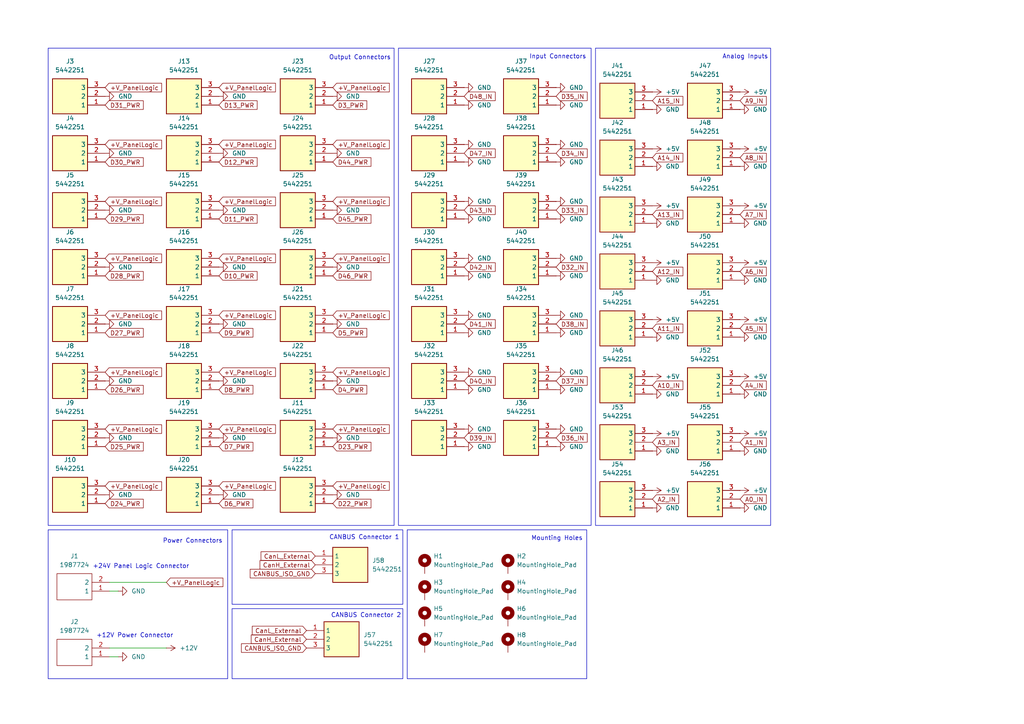
<source format=kicad_sch>
(kicad_sch (version 20250114) (generator "eeschema") (generator_version "9.0")
  (paper "A4")
  (rectangle (start 118.11 153.67) (end 170.18 196.85))
  (rectangle (start 13.97 13.97) (end 114.3 152.4))
  (rectangle (start 13.97 153.67) (end 66.04 196.85))
  (rectangle (start 67.31 153.67) (end 116.84 175.26))
  (rectangle (start 67.31 176.53) (end 116.84 196.85))
  (rectangle (start 172.72 13.97) (end 223.52 152.4))
  (rectangle (start 115.57 13.97) (end 171.45 152.4))
  (text "Mounting Holes" (at 161.544 156.21 0) (effects (font (size 1.27 1.27))))
  (text "Analog Inputs" (at 216.154 16.51 0) (effects (font (size 1.27 1.27))))
  (text "+24V Panel Logic Connector" (at 40.894 164.338 0) (effects (font (size 1.27 1.27))))
  (text "Output Connectors" (at 104.394 16.764 0) (effects (font (size 1.27 1.27))))
  (text "Power Connectors" (at 55.88 156.972 0) (effects (font (size 1.27 1.27))))
  (text "CANBUS Connector 1" (at 105.664 155.956 0) (effects (font (size 1.27 1.27))))
  (text "Input Connectors" (at 161.798 16.51 0) (effects (font (size 1.27 1.27))))
  (text "CANBUS Connector 2" (at 106.172 178.562 0) (effects (font (size 1.27 1.27))))
  (text "+12V Power Connector" (at 39.116 184.404 0) (effects (font (size 1.27 1.27))))
  (wire (pts (xy 31.75 190.5) (xy 34.29 190.5)))
  (wire (pts (xy 31.75 168.91) (xy 48.26 168.91)))
  (wire (pts (xy 31.75 187.96) (xy 48.26 187.96)))
  (wire (pts (xy 31.75 171.45) (xy 34.29 171.45)))
  (global_label "D39_IN" (shape input) (at 134.62 127 0) (property "Intersheetrefs" "${INTERSHEET_REFS}" (effects (hide yes))))
  (global_label "D42_IN" (shape input) (at 134.62 77.47 0) (property "Intersheetrefs" "${INTERSHEET_REFS}" (effects (hide yes))))
  (global_label "+V_PanelLogic" (shape input) (at 63.5 41.91 0) (property "Intersheetrefs" "${INTERSHEET_REFS}" (effects (hide yes))))
  (global_label "+V_PanelLogic" (shape input) (at 96.52 140.97 0) (property "Intersheetrefs" "${INTERSHEET_REFS}" (effects (hide yes))))
  (global_label "+V_PanelLogic" (shape input) (at 63.5 140.97 0) (property "Intersheetrefs" "${INTERSHEET_REFS}" (effects (hide yes))))
  (global_label "D22_PWR" (shape input) (at 96.52 146.05 0) (property "Intersheetrefs" "${INTERSHEET_REFS}" (effects (hide yes))))
  (global_label "A15_IN" (shape input) (at 189.23 29.21 0) (property "Intersheetrefs" "${INTERSHEET_REFS}" (effects (hide yes))))
  (global_label "D4_PWR" (shape input) (at 96.52 113.03 0) (property "Intersheetrefs" "${INTERSHEET_REFS}" (effects (hide yes))))
  (global_label "+V_PanelLogic" (shape input) (at 96.52 58.42 0) (property "Intersheetrefs" "${INTERSHEET_REFS}" (effects (hide yes))))
  (global_label "D34_IN" (shape input) (at 161.29 44.45 0) (property "Intersheetrefs" "${INTERSHEET_REFS}" (effects (hide yes))))
  (global_label "D43_IN" (shape input) (at 134.62 60.96 0) (property "Intersheetrefs" "${INTERSHEET_REFS}" (effects (hide yes))))
  (global_label "A1_IN" (shape input) (at 214.63 128.27 0) (property "Intersheetrefs" "${INTERSHEET_REFS}" (effects (hide yes))))
  (global_label "+V_PanelLogic" (shape input) (at 48.26 168.91 0) (property "Intersheetrefs" "${INTERSHEET_REFS}" (effects (hide yes))))
  (global_label "+V_PanelLogic" (shape input) (at 30.48 124.46 0) (property "Intersheetrefs" "${INTERSHEET_REFS}" (effects (hide yes))))
  (global_label "A6_IN" (shape input) (at 214.63 78.74 0) (property "Intersheetrefs" "${INTERSHEET_REFS}" (effects (hide yes))))
  (global_label "D25_PWR" (shape input) (at 30.48 129.54 0) (property "Intersheetrefs" "${INTERSHEET_REFS}" (effects (hide yes))))
  (global_label "+V_PanelLogic" (shape input) (at 30.48 41.91 0) (property "Intersheetrefs" "${INTERSHEET_REFS}" (effects (hide yes))))
  (global_label "D47_IN" (shape input) (at 134.62 44.45 0) (property "Intersheetrefs" "${INTERSHEET_REFS}" (effects (hide yes))))
  (global_label "+V_PanelLogic" (shape input) (at 30.48 58.42 0) (property "Intersheetrefs" "${INTERSHEET_REFS}" (effects (hide yes))))
  (global_label "A7_IN" (shape input) (at 214.63 62.23 0) (property "Intersheetrefs" "${INTERSHEET_REFS}" (effects (hide yes))))
  (global_label "CanL_External" (shape input) (at 88.9 182.88 180) (property "Intersheetrefs" "${INTERSHEET_REFS}" (effects (hide yes))))
  (global_label "D24_PWR" (shape input) (at 30.48 146.05 0) (property "Intersheetrefs" "${INTERSHEET_REFS}" (effects (hide yes))))
  (global_label "D13_PWR" (shape input) (at 63.5 30.48 0) (property "Intersheetrefs" "${INTERSHEET_REFS}" (effects (hide yes))))
  (global_label "A4_IN" (shape input) (at 214.63 111.76 0) (property "Intersheetrefs" "${INTERSHEET_REFS}" (effects (hide yes))))
  (global_label "D5_PWR" (shape input) (at 96.52 96.52 0) (property "Intersheetrefs" "${INTERSHEET_REFS}" (effects (hide yes))))
  (global_label "A5_IN" (shape input) (at 214.63 95.25 0) (property "Intersheetrefs" "${INTERSHEET_REFS}" (effects (hide yes))))
  (global_label "+V_PanelLogic" (shape input) (at 96.52 74.93 0) (property "Intersheetrefs" "${INTERSHEET_REFS}" (effects (hide yes))))
  (global_label "A13_IN" (shape input) (at 189.23 62.23 0) (property "Intersheetrefs" "${INTERSHEET_REFS}" (effects (hide yes))))
  (global_label "D46_PWR" (shape input) (at 96.52 80.01 0) (property "Intersheetrefs" "${INTERSHEET_REFS}" (effects (hide yes))))
  (global_label "D33_IN" (shape input) (at 161.29 60.96 0) (property "Intersheetrefs" "${INTERSHEET_REFS}" (effects (hide yes))))
  (global_label "D10_PWR" (shape input) (at 63.5 80.01 0) (property "Intersheetrefs" "${INTERSHEET_REFS}" (effects (hide yes))))
  (global_label "A3_IN" (shape input) (at 189.23 128.27 0) (property "Intersheetrefs" "${INTERSHEET_REFS}" (effects (hide yes))))
  (global_label "A9_IN" (shape input) (at 214.63 29.21 0) (property "Intersheetrefs" "${INTERSHEET_REFS}" (effects (hide yes))))
  (global_label "+V_PanelLogic" (shape input) (at 96.52 124.46 0) (property "Intersheetrefs" "${INTERSHEET_REFS}" (effects (hide yes))))
  (global_label "+V_PanelLogic" (shape input) (at 30.48 107.95 0) (property "Intersheetrefs" "${INTERSHEET_REFS}" (effects (hide yes))))
  (global_label "D31_PWR" (shape input) (at 30.48 30.48 0) (property "Intersheetrefs" "${INTERSHEET_REFS}" (effects (hide yes))))
  (global_label "D44_PWR" (shape input) (at 96.52 46.99 0) (property "Intersheetrefs" "${INTERSHEET_REFS}" (effects (hide yes))))
  (global_label "CanL_External" (shape input) (at 91.44 161.29 180) (property "Intersheetrefs" "${INTERSHEET_REFS}" (effects (hide yes))))
  (global_label "A0_IN" (shape input) (at 214.63 144.78 0) (property "Intersheetrefs" "${INTERSHEET_REFS}" (effects (hide yes))))
  (global_label "D38_IN" (shape input) (at 161.29 93.98 0) (property "Intersheetrefs" "${INTERSHEET_REFS}" (effects (hide yes))))
  (global_label "D28_PWR" (shape input) (at 30.48 80.01 0) (property "Intersheetrefs" "${INTERSHEET_REFS}" (effects (hide yes))))
  (global_label "A14_IN" (shape input) (at 189.23 45.72 0) (property "Intersheetrefs" "${INTERSHEET_REFS}" (effects (hide yes))))
  (global_label "+V_PanelLogic" (shape input) (at 96.52 41.91 0) (property "Intersheetrefs" "${INTERSHEET_REFS}" (effects (hide yes))))
  (global_label "CANBUS_ISO_GND" (shape input) (at 91.44 166.37 180) (property "Intersheetrefs" "${INTERSHEET_REFS}" (effects (hide yes))))
  (global_label "+V_PanelLogic" (shape input) (at 30.48 25.4 0) (property "Intersheetrefs" "${INTERSHEET_REFS}" (effects (hide yes))))
  (global_label "+V_PanelLogic" (shape input) (at 63.5 124.46 0) (property "Intersheetrefs" "${INTERSHEET_REFS}" (effects (hide yes))))
  (global_label "D29_PWR" (shape input) (at 30.48 63.5 0) (property "Intersheetrefs" "${INTERSHEET_REFS}" (effects (hide yes))))
  (global_label "D37_IN" (shape input) (at 161.29 110.49 0) (property "Intersheetrefs" "${INTERSHEET_REFS}" (effects (hide yes))))
  (global_label "D48_IN" (shape input) (at 134.62 27.94 0) (property "Intersheetrefs" "${INTERSHEET_REFS}" (effects (hide yes))))
  (global_label "D3_PWR" (shape input) (at 96.52 30.48 0) (property "Intersheetrefs" "${INTERSHEET_REFS}" (effects (hide yes))))
  (global_label "+V_PanelLogic" (shape input) (at 63.5 25.4 0) (property "Intersheetrefs" "${INTERSHEET_REFS}" (effects (hide yes))))
  (global_label "A8_IN" (shape input) (at 214.63 45.72 0) (property "Intersheetrefs" "${INTERSHEET_REFS}" (effects (hide yes))))
  (global_label "+V_PanelLogic" (shape input) (at 30.48 74.93 0) (property "Intersheetrefs" "${INTERSHEET_REFS}" (effects (hide yes))))
  (global_label "+V_PanelLogic" (shape input) (at 63.5 107.95 0) (property "Intersheetrefs" "${INTERSHEET_REFS}" (effects (hide yes))))
  (global_label "D32_IN" (shape input) (at 161.29 77.47 0) (property "Intersheetrefs" "${INTERSHEET_REFS}" (effects (hide yes))))
  (global_label "A11_IN" (shape input) (at 189.23 95.25 0) (property "Intersheetrefs" "${INTERSHEET_REFS}" (effects (hide yes))))
  (global_label "D27_PWR" (shape input) (at 30.48 96.52 0) (property "Intersheetrefs" "${INTERSHEET_REFS}" (effects (hide yes))))
  (global_label "CANBUS_ISO_GND" (shape input) (at 88.9 187.96 180) (property "Intersheetrefs" "${INTERSHEET_REFS}" (effects (hide yes))))
  (global_label "+V_PanelLogic" (shape input) (at 30.48 140.97 0) (property "Intersheetrefs" "${INTERSHEET_REFS}" (effects (hide yes))))
  (global_label "D41_IN" (shape input) (at 134.62 93.98 0) (property "Intersheetrefs" "${INTERSHEET_REFS}" (effects (hide yes))))
  (global_label "+V_PanelLogic" (shape input) (at 63.5 91.44 0) (property "Intersheetrefs" "${INTERSHEET_REFS}" (effects (hide yes))))
  (global_label "D6_PWR" (shape input) (at 63.5 146.05 0) (property "Intersheetrefs" "${INTERSHEET_REFS}" (effects (hide yes))))
  (global_label "A2_IN" (shape input) (at 189.23 144.78 0) (property "Intersheetrefs" "${INTERSHEET_REFS}" (effects (hide yes))))
  (global_label "D23_PWR" (shape input) (at 96.52 129.54 0) (property "Intersheetrefs" "${INTERSHEET_REFS}" (effects (hide yes))))
  (global_label "D12_PWR" (shape input) (at 63.5 46.99 0) (property "Intersheetrefs" "${INTERSHEET_REFS}" (effects (hide yes))))
  (global_label "D7_PWR" (shape input) (at 63.5 129.54 0) (property "Intersheetrefs" "${INTERSHEET_REFS}" (effects (hide yes))))
  (global_label "D8_PWR" (shape input) (at 63.5 113.03 0) (property "Intersheetrefs" "${INTERSHEET_REFS}" (effects (hide yes))))
  (global_label "CanH_External" (shape input) (at 88.9 185.42 180) (property "Intersheetrefs" "${INTERSHEET_REFS}" (effects (hide yes))))
  (global_label "D35_IN" (shape input) (at 161.29 27.94 0) (property "Intersheetrefs" "${INTERSHEET_REFS}" (effects (hide yes))))
  (global_label "D45_PWR" (shape input) (at 96.52 63.5 0) (property "Intersheetrefs" "${INTERSHEET_REFS}" (effects (hide yes))))
  (global_label "A12_IN" (shape input) (at 189.23 78.74 0) (property "Intersheetrefs" "${INTERSHEET_REFS}" (effects (hide yes))))
  (global_label "+V_PanelLogic" (shape input) (at 96.52 107.95 0) (property "Intersheetrefs" "${INTERSHEET_REFS}" (effects (hide yes))))
  (global_label "D40_IN" (shape input) (at 134.62 110.49 0) (property "Intersheetrefs" "${INTERSHEET_REFS}" (effects (hide yes))))
  (global_label "D11_PWR" (shape input) (at 63.5 63.5 0) (property "Intersheetrefs" "${INTERSHEET_REFS}" (effects (hide yes))))
  (global_label "A10_IN" (shape input) (at 189.23 111.76 0) (property "Intersheetrefs" "${INTERSHEET_REFS}" (effects (hide yes))))
  (global_label "D9_PWR" (shape input) (at 63.5 96.52 0) (property "Intersheetrefs" "${INTERSHEET_REFS}" (effects (hide yes))))
  (global_label "+V_PanelLogic" (shape input) (at 96.52 91.44 0) (property "Intersheetrefs" "${INTERSHEET_REFS}" (effects (hide yes))))
  (global_label "D36_IN" (shape input) (at 161.29 127 0) (property "Intersheetrefs" "${INTERSHEET_REFS}" (effects (hide yes))))
  (global_label "+V_PanelLogic" (shape input) (at 63.5 58.42 0) (property "Intersheetrefs" "${INTERSHEET_REFS}" (effects (hide yes))))
  (global_label "+V_PanelLogic" (shape input) (at 30.48 91.44 0) (property "Intersheetrefs" "${INTERSHEET_REFS}" (effects (hide yes))))
  (global_label "D26_PWR" (shape input) (at 30.48 113.03 0) (property "Intersheetrefs" "${INTERSHEET_REFS}" (effects (hide yes))))
  (global_label "D30_PWR" (shape input) (at 30.48 46.99 0) (property "Intersheetrefs" "${INTERSHEET_REFS}" (effects (hide yes))))
  (global_label "+V_PanelLogic" (shape input) (at 96.52 25.4 0) (property "Intersheetrefs" "${INTERSHEET_REFS}" (effects (hide yes))))
  (global_label "CanH_External" (shape input) (at 91.44 163.83 180) (property "Intersheetrefs" "${INTERSHEET_REFS}" (effects (hide yes))))
  (global_label "+V_PanelLogic" (shape input) (at 63.5 74.93 0) (property "Intersheetrefs" "${INTERSHEET_REFS}" (effects (hide yes))))
  (symbol (lib_id "Mechanical:MountingHole_Pad") (at 123.19 186.69 0) (unit 1) (exclude_from_sim yes) (in_bom no)
    (property "Reference" "H7" (at 125.73 184.1499 0) (effects (justify left)))
    (property "Value" "MountingHole_Pad" (at 125.73 186.6899 0) (effects (justify left)))
    (property "Footprint" "MountingHole:MountingHole_5.3mm_M5_ISO7380_Pad" (effects (hide yes)))
    (property "Description" "Mounting Hole with connection" (effects (hide yes)))
  )
  (symbol (lib_id "InverterCom:5442251") (at 63.5 96.52 180) (unit 1)
    (property "Reference" "J17" (at 53.34 83.82 0))
    (property "Value" "5442251" (at 53.34 86.36 0))
    (property "Footprint" "InverterCom:5442251" (effects (hide yes)))
    (property "Datasheet" "https://www.phoenixcontact.com/en-gb/products/printed-circuit-board-terminal-bc-350x9-3-gn-5442251" (effects (hide yes)))
    (property "Description" "Fixed Terminal Blocks BC-350X9- 3 GN 3.5 MM PITCH" (effects (hide yes)))
    (property "Height" "8.65" (effects (hide yes)))
    (property "Mouser Part Number" "651-5442251" (effects (hide yes)))
    (property "Mouser Price/Stock" "https://www.mouser.co.uk/ProductDetail/Phoenix-Contact/5442251?qs=9Y9qB%2FCsC3kmzTCxovpQiw%3D%3D" (effects (hide yes)))
    (property "Manufacturer_Name" "Phoenix Contact" (effects (hide yes)))
    (property "Manufacturer_Part_Number" "5442251" (effects (hide yes)))
  )
  (symbol (lib_id "power:GND") (at 161.29 25.4 90) (unit 1)
    (property "Reference" "#PWR0105" (effects (hide yes)))
    (property "Value" "GND" (at 165.1 25.3999 90) (effects (justify right)))
    (property "Description" "Power symbol creates a global label with name \"GND\" , ground" (effects (hide yes)))
  )
  (symbol (lib_id "power:+5V") (at 189.23 76.2 270) (unit 1)
    (property "Reference" "#PWR0119" (effects (hide yes)))
    (property "Value" "+5V" (at 193.04 76.1999 90) (effects (justify left)))
    (property "Description" "Power symbol creates a global label with name \"+5V\"" (effects (hide yes)))
  )
  (symbol (lib_id "power:GND") (at 134.62 96.52 90) (unit 1)
    (property "Reference" "#PWR094" (effects (hide yes)))
    (property "Value" "GND" (at 138.43 96.5199 90) (effects (justify right)))
    (property "Description" "Power symbol creates a global label with name \"GND\" , ground" (effects (hide yes)))
  )
  (symbol (lib_id "power:GND") (at 63.5 77.47 90) (unit 1)
    (property "Reference" "#PWR074" (effects (hide yes)))
    (property "Value" "GND" (at 67.31 77.4699 90) (effects (justify right)))
    (property "Description" "Power symbol creates a global label with name \"GND\" , ground" (effects (hide yes)))
  )
  (symbol (lib_id "power:+5V") (at 214.63 109.22 270) (unit 1)
    (property "Reference" "#PWR0135" (effects (hide yes)))
    (property "Value" "+5V" (at 218.44 109.2199 90) (effects (justify left)))
    (property "Description" "Power symbol creates a global label with name \"+5V\"" (effects (hide yes)))
  )
  (symbol (lib_id "power:GND") (at 30.48 93.98 90) (unit 1)
    (property "Reference" "#PWR065" (effects (hide yes)))
    (property "Value" "GND" (at 34.29 93.9799 90) (effects (justify right)))
    (property "Description" "Power symbol creates a global label with name \"GND\" , ground" (effects (hide yes)))
  )
  (symbol (lib_id "InverterCom:5442251") (at 214.63 64.77 180) (unit 1)
    (property "Reference" "J49" (at 204.47 52.07 0))
    (property "Value" "5442251" (at 204.47 54.61 0))
    (property "Footprint" "InverterCom:5442251" (effects (hide yes)))
    (property "Datasheet" "https://www.phoenixcontact.com/en-gb/products/printed-circuit-board-terminal-bc-350x9-3-gn-5442251" (effects (hide yes)))
    (property "Description" "Fixed Terminal Blocks BC-350X9- 3 GN 3.5 MM PITCH" (effects (hide yes)))
    (property "Height" "8.65" (effects (hide yes)))
    (property "Mouser Part Number" "651-5442251" (effects (hide yes)))
    (property "Mouser Price/Stock" "https://www.mouser.co.uk/ProductDetail/Phoenix-Contact/5442251?qs=9Y9qB%2FCsC3kmzTCxovpQiw%3D%3D" (effects (hide yes)))
    (property "Manufacturer_Name" "Phoenix Contact" (effects (hide yes)))
    (property "Manufacturer_Part_Number" "5442251" (effects (hide yes)))
  )
  (symbol (lib_id "power:GND") (at 30.48 44.45 90) (unit 1)
    (property "Reference" "#PWR062" (effects (hide yes)))
    (property "Value" "GND" (at 34.29 44.4499 90) (effects (justify right)))
    (property "Description" "Power symbol creates a global label with name \"GND\" , ground" (effects (hide yes)))
  )
  (symbol (lib_id "power:+5V") (at 189.23 92.71 270) (unit 1)
    (property "Reference" "#PWR0121" (effects (hide yes)))
    (property "Value" "+5V" (at 193.04 92.7099 90) (effects (justify left)))
    (property "Description" "Power symbol creates a global label with name \"+5V\"" (effects (hide yes)))
  )
  (symbol (lib_id "InverterCom:5442251") (at 134.62 30.48 180) (unit 1)
    (property "Reference" "J27" (at 124.46 17.78 0))
    (property "Value" "5442251" (at 124.46 20.32 0))
    (property "Footprint" "InverterCom:5442251" (effects (hide yes)))
    (property "Datasheet" "https://www.phoenixcontact.com/en-gb/products/printed-circuit-board-terminal-bc-350x9-3-gn-5442251" (effects (hide yes)))
    (property "Description" "Fixed Terminal Blocks BC-350X9- 3 GN 3.5 MM PITCH" (effects (hide yes)))
    (property "Height" "8.65" (effects (hide yes)))
    (property "Mouser Part Number" "651-5442251" (effects (hide yes)))
    (property "Mouser Price/Stock" "https://www.mouser.co.uk/ProductDetail/Phoenix-Contact/5442251?qs=9Y9qB%2FCsC3kmzTCxovpQiw%3D%3D" (effects (hide yes)))
    (property "Manufacturer_Name" "Phoenix Contact" (effects (hide yes)))
    (property "Manufacturer_Part_Number" "5442251" (effects (hide yes)))
  )
  (symbol (lib_id "power:GND") (at 30.48 27.94 90) (unit 1)
    (property "Reference" "#PWR061" (effects (hide yes)))
    (property "Value" "GND" (at 34.29 27.9399 90) (effects (justify right)))
    (property "Description" "Power symbol creates a global label with name \"GND\" , ground" (effects (hide yes)))
  )
  (symbol (lib_id "InverterCom:5442251") (at 96.52 46.99 180) (unit 1)
    (property "Reference" "J24" (at 86.36 34.29 0))
    (property "Value" "5442251" (at 86.36 36.83 0))
    (property "Footprint" "InverterCom:5442251" (effects (hide yes)))
    (property "Datasheet" "https://www.phoenixcontact.com/en-gb/products/printed-circuit-board-terminal-bc-350x9-3-gn-5442251" (effects (hide yes)))
    (property "Description" "Fixed Terminal Blocks BC-350X9- 3 GN 3.5 MM PITCH" (effects (hide yes)))
    (property "Height" "8.65" (effects (hide yes)))
    (property "Mouser Part Number" "651-5442251" (effects (hide yes)))
    (property "Mouser Price/Stock" "https://www.mouser.co.uk/ProductDetail/Phoenix-Contact/5442251?qs=9Y9qB%2FCsC3kmzTCxovpQiw%3D%3D" (effects (hide yes)))
    (property "Manufacturer_Name" "Phoenix Contact" (effects (hide yes)))
    (property "Manufacturer_Part_Number" "5442251" (effects (hide yes)))
  )
  (symbol (lib_id "Mechanical:MountingHole_Pad") (at 147.32 163.83 0) (unit 1) (exclude_from_sim yes) (in_bom no)
    (property "Reference" "H2" (at 149.86 161.2899 0) (effects (justify left)))
    (property "Value" "MountingHole_Pad" (at 149.86 163.8299 0) (effects (justify left)))
    (property "Footprint" "MountingHole:MountingHole_5.3mm_M5_ISO7380_Pad" (effects (hide yes)))
    (property "Description" "Mounting Hole with connection" (effects (hide yes)))
  )
  (symbol (lib_id "InverterCom:5442251") (at 63.5 146.05 180) (unit 1)
    (property "Reference" "J20" (at 53.34 133.35 0))
    (property "Value" "5442251" (at 53.34 135.89 0))
    (property "Footprint" "InverterCom:5442251" (effects (hide yes)))
    (property "Datasheet" "https://www.phoenixcontact.com/en-gb/products/printed-circuit-board-terminal-bc-350x9-3-gn-5442251" (effects (hide yes)))
    (property "Description" "Fixed Terminal Blocks BC-350X9- 3 GN 3.5 MM PITCH" (effects (hide yes)))
    (property "Height" "8.65" (effects (hide yes)))
    (property "Mouser Part Number" "651-5442251" (effects (hide yes)))
    (property "Mouser Price/Stock" "https://www.mouser.co.uk/ProductDetail/Phoenix-Contact/5442251?qs=9Y9qB%2FCsC3kmzTCxovpQiw%3D%3D" (effects (hide yes)))
    (property "Manufacturer_Name" "Phoenix Contact" (effects (hide yes)))
    (property "Manufacturer_Part_Number" "5442251" (effects (hide yes)))
  )
  (symbol (lib_id "power:GND") (at 63.5 143.51 90) (unit 1)
    (property "Reference" "#PWR078" (effects (hide yes)))
    (property "Value" "GND" (at 67.31 143.5099 90) (effects (justify right)))
    (property "Description" "Power symbol creates a global label with name \"GND\" , ground" (effects (hide yes)))
  )
  (symbol (lib_id "power:GND") (at 30.48 110.49 90) (unit 1)
    (property "Reference" "#PWR066" (effects (hide yes)))
    (property "Value" "GND" (at 34.29 110.4899 90) (effects (justify right)))
    (property "Description" "Power symbol creates a global label with name \"GND\" , ground" (effects (hide yes)))
  )
  (symbol (lib_id "power:GND") (at 189.23 114.3 90) (unit 1)
    (property "Reference" "#PWR0124" (effects (hide yes)))
    (property "Value" "GND" (at 193.04 114.2999 90) (effects (justify right)))
    (property "Description" "Power symbol creates a global label with name \"GND\" , ground" (effects (hide yes)))
  )
  (symbol (lib_id "power:GND") (at 96.52 110.49 90) (unit 1)
    (property "Reference" "#PWR080" (effects (hide yes)))
    (property "Value" "GND" (at 100.33 110.4899 90) (effects (justify right)))
    (property "Description" "Power symbol creates a global label with name \"GND\" , ground" (effects (hide yes)))
  )
  (symbol (lib_id "InverterCom:5442251") (at 30.48 113.03 180) (unit 1)
    (property "Reference" "J8" (at 20.32 100.33 0))
    (property "Value" "5442251" (at 20.32 102.87 0))
    (property "Footprint" "InverterCom:5442251" (effects (hide yes)))
    (property "Datasheet" "https://www.phoenixcontact.com/en-gb/products/printed-circuit-board-terminal-bc-350x9-3-gn-5442251" (effects (hide yes)))
    (property "Description" "Fixed Terminal Blocks BC-350X9- 3 GN 3.5 MM PITCH" (effects (hide yes)))
    (property "Height" "8.65" (effects (hide yes)))
    (property "Mouser Part Number" "651-5442251" (effects (hide yes)))
    (property "Mouser Price/Stock" "https://www.mouser.co.uk/ProductDetail/Phoenix-Contact/5442251?qs=9Y9qB%2FCsC3kmzTCxovpQiw%3D%3D" (effects (hide yes)))
    (property "Manufacturer_Name" "Phoenix Contact" (effects (hide yes)))
    (property "Manufacturer_Part_Number" "5442251" (effects (hide yes)))
  )
  (symbol (lib_id "power:+5V") (at 214.63 142.24 270) (unit 1)
    (property "Reference" "#PWR0143" (effects (hide yes)))
    (property "Value" "+5V" (at 218.44 142.2399 90) (effects (justify left)))
    (property "Description" "Power symbol creates a global label with name \"+5V\"" (effects (hide yes)))
  )
  (symbol (lib_id "InverterCom:5442251") (at 96.52 146.05 180) (unit 1)
    (property "Reference" "J12" (at 86.36 133.35 0))
    (property "Value" "5442251" (at 86.36 135.89 0))
    (property "Footprint" "InverterCom:5442251" (effects (hide yes)))
    (property "Datasheet" "https://www.phoenixcontact.com/en-gb/products/printed-circuit-board-terminal-bc-350x9-3-gn-5442251" (effects (hide yes)))
    (property "Description" "Fixed Terminal Blocks BC-350X9- 3 GN 3.5 MM PITCH" (effects (hide yes)))
    (property "Height" "8.65" (effects (hide yes)))
    (property "Mouser Part Number" "651-5442251" (effects (hide yes)))
    (property "Mouser Price/Stock" "https://www.mouser.co.uk/ProductDetail/Phoenix-Contact/5442251?qs=9Y9qB%2FCsC3kmzTCxovpQiw%3D%3D" (effects (hide yes)))
    (property "Manufacturer_Name" "Phoenix Contact" (effects (hide yes)))
    (property "Manufacturer_Part_Number" "5442251" (effects (hide yes)))
  )
  (symbol (lib_id "InverterCom:5442251") (at 189.23 81.28 180) (unit 1)
    (property "Reference" "J44" (at 179.07 68.58 0))
    (property "Value" "5442251" (at 179.07 71.12 0))
    (property "Footprint" "InverterCom:5442251" (effects (hide yes)))
    (property "Datasheet" "https://www.phoenixcontact.com/en-gb/products/printed-circuit-board-terminal-bc-350x9-3-gn-5442251" (effects (hide yes)))
    (property "Description" "Fixed Terminal Blocks BC-350X9- 3 GN 3.5 MM PITCH" (effects (hide yes)))
    (property "Height" "8.65" (effects (hide yes)))
    (property "Mouser Part Number" "651-5442251" (effects (hide yes)))
    (property "Mouser Price/Stock" "https://www.mouser.co.uk/ProductDetail/Phoenix-Contact/5442251?qs=9Y9qB%2FCsC3kmzTCxovpQiw%3D%3D" (effects (hide yes)))
    (property "Manufacturer_Name" "Phoenix Contact" (effects (hide yes)))
    (property "Manufacturer_Part_Number" "5442251" (effects (hide yes)))
  )
  (symbol (lib_id "power:GND") (at 161.29 96.52 90) (unit 1)
    (property "Reference" "#PWR0100" (effects (hide yes)))
    (property "Value" "GND" (at 165.1 96.5199 90) (effects (justify right)))
    (property "Description" "Power symbol creates a global label with name \"GND\" , ground" (effects (hide yes)))
  )
  (symbol (lib_id "InverterCom:5442251") (at 30.48 63.5 180) (unit 1)
    (property "Reference" "J5" (at 20.32 50.8 0))
    (property "Value" "5442251" (at 20.32 53.34 0))
    (property "Footprint" "InverterCom:5442251" (effects (hide yes)))
    (property "Datasheet" "https://www.phoenixcontact.com/en-gb/products/printed-circuit-board-terminal-bc-350x9-3-gn-5442251" (effects (hide yes)))
    (property "Description" "Fixed Terminal Blocks BC-350X9- 3 GN 3.5 MM PITCH" (effects (hide yes)))
    (property "Height" "8.65" (effects (hide yes)))
    (property "Mouser Part Number" "651-5442251" (effects (hide yes)))
    (property "Mouser Price/Stock" "https://www.mouser.co.uk/ProductDetail/Phoenix-Contact/5442251?qs=9Y9qB%2FCsC3kmzTCxovpQiw%3D%3D" (effects (hide yes)))
    (property "Manufacturer_Name" "Phoenix Contact" (effects (hide yes)))
    (property "Manufacturer_Part_Number" "5442251" (effects (hide yes)))
  )
  (symbol (lib_id "InverterCom:5442251") (at 214.63 48.26 180) (unit 1)
    (property "Reference" "J48" (at 204.47 35.56 0))
    (property "Value" "5442251" (at 204.47 38.1 0))
    (property "Footprint" "InverterCom:5442251" (effects (hide yes)))
    (property "Datasheet" "https://www.phoenixcontact.com/en-gb/products/printed-circuit-board-terminal-bc-350x9-3-gn-5442251" (effects (hide yes)))
    (property "Description" "Fixed Terminal Blocks BC-350X9- 3 GN 3.5 MM PITCH" (effects (hide yes)))
    (property "Height" "8.65" (effects (hide yes)))
    (property "Mouser Part Number" "651-5442251" (effects (hide yes)))
    (property "Mouser Price/Stock" "https://www.mouser.co.uk/ProductDetail/Phoenix-Contact/5442251?qs=9Y9qB%2FCsC3kmzTCxovpQiw%3D%3D" (effects (hide yes)))
    (property "Manufacturer_Name" "Phoenix Contact" (effects (hide yes)))
    (property "Manufacturer_Part_Number" "5442251" (effects (hide yes)))
  )
  (symbol (lib_id "InverterCom:5442251") (at 161.29 96.52 180) (unit 1)
    (property "Reference" "J34" (at 151.13 83.82 0))
    (property "Value" "5442251" (at 151.13 86.36 0))
    (property "Footprint" "InverterCom:5442251" (effects (hide yes)))
    (property "Datasheet" "https://www.phoenixcontact.com/en-gb/products/printed-circuit-board-terminal-bc-350x9-3-gn-5442251" (effects (hide yes)))
    (property "Description" "Fixed Terminal Blocks BC-350X9- 3 GN 3.5 MM PITCH" (effects (hide yes)))
    (property "Height" "8.65" (effects (hide yes)))
    (property "Mouser Part Number" "651-5442251" (effects (hide yes)))
    (property "Mouser Price/Stock" "https://www.mouser.co.uk/ProductDetail/Phoenix-Contact/5442251?qs=9Y9qB%2FCsC3kmzTCxovpQiw%3D%3D" (effects (hide yes)))
    (property "Manufacturer_Name" "Phoenix Contact" (effects (hide yes)))
    (property "Manufacturer_Part_Number" "5442251" (effects (hide yes)))
  )
  (symbol (lib_id "power:GND") (at 161.29 107.95 90) (unit 1)
    (property "Reference" "#PWR0101" (effects (hide yes)))
    (property "Value" "GND" (at 165.1 107.9499 90) (effects (justify right)))
    (property "Description" "Power symbol creates a global label with name \"GND\" , ground" (effects (hide yes)))
  )
  (symbol (lib_id "power:GND") (at 161.29 74.93 90) (unit 1)
    (property "Reference" "#PWR0111" (effects (hide yes)))
    (property "Value" "GND" (at 165.1 74.9299 90) (effects (justify right)))
    (property "Description" "Power symbol creates a global label with name \"GND\" , ground" (effects (hide yes)))
  )
  (symbol (lib_id "InverterCom:1987724") (at 31.75 171.45 180) (unit 1)
    (property "Reference" "J1" (at 21.59 161.29 0))
    (property "Value" "1987724" (at 21.59 163.83 0))
    (property "Footprint" "InverterCom:1987724" (effects (hide yes)))
    (property "Datasheet" "https://datasheet.datasheetarchive.com/originals/distributors/Datasheets-DGA18/1075322.pdf" (effects (hide yes)))
    (property "Description" "Phoenix Contact PT 2.5/ 2-5.0-V PCB Terminal Block, 2 Way/Pole, Screw Terminals, 20  10 AWG Through Hole," (effects (hide yes)))
    (property "Description_1" "Phoenix Contact PT 2.5/ 2-5.0-V PCB Terminal Block, 2 Way/Pole, Screw Terminals, 20  10 AWG Through Hole," (effects (hide yes)))
    (property "Height" "9.15" (effects (hide yes)))
    (property "Mouser Part Number" "651-1987724" (effects (hide yes)))
    (property "Mouser Price/Stock" "https://www.mouser.co.uk/ProductDetail/Phoenix-Contact/1987724?qs=gjk32EaArKIePzXcIKo3jg%3D%3D" (effects (hide yes)))
    (property "Manufacturer_Name" "Phoenix Contact" (effects (hide yes)))
    (property "Manufacturer_Part_Number" "1987724" (effects (hide yes)))
  )
  (symbol (lib_id "InverterCom:5442251") (at 30.48 30.48 180) (unit 1)
    (property "Reference" "J3" (at 20.32 17.78 0))
    (property "Value" "5442251" (at 20.32 20.32 0))
    (property "Footprint" "InverterCom:5442251" (effects (hide yes)))
    (property "Datasheet" "https://www.phoenixcontact.com/en-gb/products/printed-circuit-board-terminal-bc-350x9-3-gn-5442251" (effects (hide yes)))
    (property "Description" "Fixed Terminal Blocks BC-350X9- 3 GN 3.5 MM PITCH" (effects (hide yes)))
    (property "Height" "8.65" (effects (hide yes)))
    (property "Mouser Part Number" "651-5442251" (effects (hide yes)))
    (property "Mouser Price/Stock" "https://www.mouser.co.uk/ProductDetail/Phoenix-Contact/5442251?qs=9Y9qB%2FCsC3kmzTCxovpQiw%3D%3D" (effects (hide yes)))
    (property "Manufacturer_Name" "Phoenix Contact" (effects (hide yes)))
    (property "Manufacturer_Part_Number" "5442251" (effects (hide yes)))
  )
  (symbol (lib_id "InverterCom:5442251") (at 161.29 113.03 180) (unit 1)
    (property "Reference" "J35" (at 151.13 100.33 0))
    (property "Value" "5442251" (at 151.13 102.87 0))
    (property "Footprint" "InverterCom:5442251" (effects (hide yes)))
    (property "Datasheet" "https://www.phoenixcontact.com/en-gb/products/printed-circuit-board-terminal-bc-350x9-3-gn-5442251" (effects (hide yes)))
    (property "Description" "Fixed Terminal Blocks BC-350X9- 3 GN 3.5 MM PITCH" (effects (hide yes)))
    (property "Height" "8.65" (effects (hide yes)))
    (property "Mouser Part Number" "651-5442251" (effects (hide yes)))
    (property "Mouser Price/Stock" "https://www.mouser.co.uk/ProductDetail/Phoenix-Contact/5442251?qs=9Y9qB%2FCsC3kmzTCxovpQiw%3D%3D" (effects (hide yes)))
    (property "Manufacturer_Name" "Phoenix Contact" (effects (hide yes)))
    (property "Manufacturer_Part_Number" "5442251" (effects (hide yes)))
  )
  (symbol (lib_id "InverterCom:5442251") (at 30.48 46.99 180) (unit 1)
    (property "Reference" "J4" (at 20.32 34.29 0))
    (property "Value" "5442251" (at 20.32 36.83 0))
    (property "Footprint" "InverterCom:5442251" (effects (hide yes)))
    (property "Datasheet" "https://www.phoenixcontact.com/en-gb/products/printed-circuit-board-terminal-bc-350x9-3-gn-5442251" (effects (hide yes)))
    (property "Description" "Fixed Terminal Blocks BC-350X9- 3 GN 3.5 MM PITCH" (effects (hide yes)))
    (property "Height" "8.65" (effects (hide yes)))
    (property "Mouser Part Number" "651-5442251" (effects (hide yes)))
    (property "Mouser Price/Stock" "https://www.mouser.co.uk/ProductDetail/Phoenix-Contact/5442251?qs=9Y9qB%2FCsC3kmzTCxovpQiw%3D%3D" (effects (hide yes)))
    (property "Manufacturer_Name" "Phoenix Contact" (effects (hide yes)))
    (property "Manufacturer_Part_Number" "5442251" (effects (hide yes)))
  )
  (symbol (lib_id "power:+5V") (at 189.23 142.24 270) (unit 1)
    (property "Reference" "#PWR0139" (effects (hide yes)))
    (property "Value" "+5V" (at 193.04 142.2399 90) (effects (justify left)))
    (property "Description" "Power symbol creates a global label with name \"+5V\"" (effects (hide yes)))
  )
  (symbol (lib_id "InverterCom:5442251") (at 134.62 113.03 180) (unit 1)
    (property "Reference" "J32" (at 124.46 100.33 0))
    (property "Value" "5442251" (at 124.46 102.87 0))
    (property "Footprint" "InverterCom:5442251" (effects (hide yes)))
    (property "Datasheet" "https://www.phoenixcontact.com/en-gb/products/printed-circuit-board-terminal-bc-350x9-3-gn-5442251" (effects (hide yes)))
    (property "Description" "Fixed Terminal Blocks BC-350X9- 3 GN 3.5 MM PITCH" (effects (hide yes)))
    (property "Height" "8.65" (effects (hide yes)))
    (property "Mouser Part Number" "651-5442251" (effects (hide yes)))
    (property "Mouser Price/Stock" "https://www.mouser.co.uk/ProductDetail/Phoenix-Contact/5442251?qs=9Y9qB%2FCsC3kmzTCxovpQiw%3D%3D" (effects (hide yes)))
    (property "Manufacturer_Name" "Phoenix Contact" (effects (hide yes)))
    (property "Manufacturer_Part_Number" "5442251" (effects (hide yes)))
  )
  (symbol (lib_id "power:+5V") (at 214.63 92.71 270) (unit 1)
    (property "Reference" "#PWR0133" (effects (hide yes)))
    (property "Value" "+5V" (at 218.44 92.7099 90) (effects (justify left)))
    (property "Description" "Power symbol creates a global label with name \"+5V\"" (effects (hide yes)))
  )
  (symbol (lib_id "power:GND") (at 189.23 147.32 90) (unit 1)
    (property "Reference" "#PWR0140" (effects (hide yes)))
    (property "Value" "GND" (at 193.04 147.3199 90) (effects (justify right)))
    (property "Description" "Power symbol creates a global label with name \"GND\" , ground" (effects (hide yes)))
  )
  (symbol (lib_id "InverterCom:5442251") (at 96.52 96.52 180) (unit 1)
    (property "Reference" "J21" (at 86.36 83.82 0))
    (property "Value" "5442251" (at 86.36 86.36 0))
    (property "Footprint" "InverterCom:5442251" (effects (hide yes)))
    (property "Datasheet" "https://www.phoenixcontact.com/en-gb/products/printed-circuit-board-terminal-bc-350x9-3-gn-5442251" (effects (hide yes)))
    (property "Description" "Fixed Terminal Blocks BC-350X9- 3 GN 3.5 MM PITCH" (effects (hide yes)))
    (property "Height" "8.65" (effects (hide yes)))
    (property "Mouser Part Number" "651-5442251" (effects (hide yes)))
    (property "Mouser Price/Stock" "https://www.mouser.co.uk/ProductDetail/Phoenix-Contact/5442251?qs=9Y9qB%2FCsC3kmzTCxovpQiw%3D%3D" (effects (hide yes)))
    (property "Manufacturer_Name" "Phoenix Contact" (effects (hide yes)))
    (property "Manufacturer_Part_Number" "5442251" (effects (hide yes)))
  )
  (symbol (lib_id "power:+5V") (at 214.63 76.2 270) (unit 1)
    (property "Reference" "#PWR0131" (effects (hide yes)))
    (property "Value" "+5V" (at 218.44 76.1999 90) (effects (justify left)))
    (property "Description" "Power symbol creates a global label with name \"+5V\"" (effects (hide yes)))
  )
  (symbol (lib_id "power:GND") (at 96.52 143.51 90) (unit 1)
    (property "Reference" "#PWR070" (effects (hide yes)))
    (property "Value" "GND" (at 100.33 143.5099 90) (effects (justify right)))
    (property "Description" "Power symbol creates a global label with name \"GND\" , ground" (effects (hide yes)))
  )
  (symbol (lib_id "power:GND") (at 214.63 130.81 90) (unit 1)
    (property "Reference" "#PWR0142" (effects (hide yes)))
    (property "Value" "GND" (at 218.44 130.8099 90) (effects (justify right)))
    (property "Description" "Power symbol creates a global label with name \"GND\" , ground" (effects (hide yes)))
  )
  (symbol (lib_id "InverterCom:5442251") (at 161.29 129.54 180) (unit 1)
    (property "Reference" "J36" (at 151.13 116.84 0))
    (property "Value" "5442251" (at 151.13 119.38 0))
    (property "Footprint" "InverterCom:5442251" (effects (hide yes)))
    (property "Datasheet" "https://www.phoenixcontact.com/en-gb/products/printed-circuit-board-terminal-bc-350x9-3-gn-5442251" (effects (hide yes)))
    (property "Description" "Fixed Terminal Blocks BC-350X9- 3 GN 3.5 MM PITCH" (effects (hide yes)))
    (property "Height" "8.65" (effects (hide yes)))
    (property "Mouser Part Number" "651-5442251" (effects (hide yes)))
    (property "Mouser Price/Stock" "https://www.mouser.co.uk/ProductDetail/Phoenix-Contact/5442251?qs=9Y9qB%2FCsC3kmzTCxovpQiw%3D%3D" (effects (hide yes)))
    (property "Manufacturer_Name" "Phoenix Contact" (effects (hide yes)))
    (property "Manufacturer_Part_Number" "5442251" (effects (hide yes)))
  )
  (symbol (lib_id "Mechanical:MountingHole_Pad") (at 123.19 163.83 0) (unit 1) (exclude_from_sim yes) (in_bom no)
    (property "Reference" "H1" (at 125.73 161.2899 0) (effects (justify left)))
    (property "Value" "MountingHole_Pad" (at 125.73 163.8299 0) (effects (justify left)))
    (property "Footprint" "MountingHole:MountingHole_5.3mm_M5_ISO7380_Pad" (effects (hide yes)))
    (property "Description" "Mounting Hole with connection" (effects (hide yes)))
  )
  (symbol (lib_id "InverterCom:5442251") (at 189.23 114.3 180) (unit 1)
    (property "Reference" "J46" (at 179.07 101.6 0))
    (property "Value" "5442251" (at 179.07 104.14 0))
    (property "Footprint" "InverterCom:5442251" (effects (hide yes)))
    (property "Datasheet" "https://www.phoenixcontact.com/en-gb/products/printed-circuit-board-terminal-bc-350x9-3-gn-5442251" (effects (hide yes)))
    (property "Description" "Fixed Terminal Blocks BC-350X9- 3 GN 3.5 MM PITCH" (effects (hide yes)))
    (property "Height" "8.65" (effects (hide yes)))
    (property "Mouser Part Number" "651-5442251" (effects (hide yes)))
    (property "Mouser Price/Stock" "https://www.mouser.co.uk/ProductDetail/Phoenix-Contact/5442251?qs=9Y9qB%2FCsC3kmzTCxovpQiw%3D%3D" (effects (hide yes)))
    (property "Manufacturer_Name" "Phoenix Contact" (effects (hide yes)))
    (property "Manufacturer_Part_Number" "5442251" (effects (hide yes)))
  )
  (symbol (lib_id "InverterCom:5442251") (at 63.5 63.5 180) (unit 1)
    (property "Reference" "J15" (at 53.34 50.8 0))
    (property "Value" "5442251" (at 53.34 53.34 0))
    (property "Footprint" "InverterCom:5442251" (effects (hide yes)))
    (property "Datasheet" "https://www.phoenixcontact.com/en-gb/products/printed-circuit-board-terminal-bc-350x9-3-gn-5442251" (effects (hide yes)))
    (property "Description" "Fixed Terminal Blocks BC-350X9- 3 GN 3.5 MM PITCH" (effects (hide yes)))
    (property "Height" "8.65" (effects (hide yes)))
    (property "Mouser Part Number" "651-5442251" (effects (hide yes)))
    (property "Mouser Price/Stock" "https://www.mouser.co.uk/ProductDetail/Phoenix-Contact/5442251?qs=9Y9qB%2FCsC3kmzTCxovpQiw%3D%3D" (effects (hide yes)))
    (property "Manufacturer_Name" "Phoenix Contact" (effects (hide yes)))
    (property "Manufacturer_Part_Number" "5442251" (effects (hide yes)))
  )
  (symbol (lib_id "power:GND") (at 30.48 143.51 90) (unit 1)
    (property "Reference" "#PWR068" (effects (hide yes)))
    (property "Value" "GND" (at 34.29 143.5099 90) (effects (justify right)))
    (property "Description" "Power symbol creates a global label with name \"GND\" , ground" (effects (hide yes)))
  )
  (symbol (lib_id "power:GND") (at 214.63 81.28 90) (unit 1)
    (property "Reference" "#PWR0132" (effects (hide yes)))
    (property "Value" "GND" (at 218.44 81.2799 90) (effects (justify right)))
    (property "Description" "Power symbol creates a global label with name \"GND\" , ground" (effects (hide yes)))
  )
  (symbol (lib_id "power:GND") (at 134.62 30.48 90) (unit 1)
    (property "Reference" "#PWR086" (effects (hide yes)))
    (property "Value" "GND" (at 138.43 30.4799 90) (effects (justify right)))
    (property "Description" "Power symbol creates a global label with name \"GND\" , ground" (effects (hide yes)))
  )
  (symbol (lib_id "Mechanical:MountingHole_Pad") (at 147.32 179.07 0) (unit 1) (exclude_from_sim yes) (in_bom no)
    (property "Reference" "H6" (at 149.86 176.5299 0) (effects (justify left)))
    (property "Value" "MountingHole_Pad" (at 149.86 179.0699 0) (effects (justify left)))
    (property "Footprint" "MountingHole:MountingHole_5.3mm_M5_ISO7380_Pad" (effects (hide yes)))
    (property "Description" "Mounting Hole with connection" (effects (hide yes)))
  )
  (symbol (lib_id "power:GND") (at 134.62 41.91 90) (unit 1)
    (property "Reference" "#PWR087" (effects (hide yes)))
    (property "Value" "GND" (at 138.43 41.9099 90) (effects (justify right)))
    (property "Description" "Power symbol creates a global label with name \"GND\" , ground" (effects (hide yes)))
  )
  (symbol (lib_id "power:GND") (at 34.29 190.5 90) (unit 1)
    (property "Reference" "#PWR058" (effects (hide yes)))
    (property "Value" "GND" (at 38.1 190.4999 90) (effects (justify right)))
    (property "Description" "Power symbol creates a global label with name \"GND\" , ground" (effects (hide yes)))
  )
  (symbol (lib_id "power:+5V") (at 189.23 26.67 270) (unit 1)
    (property "Reference" "#PWR0113" (effects (hide yes)))
    (property "Value" "+5V" (at 193.04 26.6699 90) (effects (justify left)))
    (property "Description" "Power symbol creates a global label with name \"+5V\"" (effects (hide yes)))
  )
  (symbol (lib_id "power:+5V") (at 214.63 59.69 270) (unit 1)
    (property "Reference" "#PWR0129" (effects (hide yes)))
    (property "Value" "+5V" (at 218.44 59.6899 90) (effects (justify left)))
    (property "Description" "Power symbol creates a global label with name \"+5V\"" (effects (hide yes)))
  )
  (symbol (lib_id "InverterCom:5442251") (at 214.63 147.32 180) (unit 1)
    (property "Reference" "J56" (at 204.47 134.62 0))
    (property "Value" "5442251" (at 204.47 137.16 0))
    (property "Footprint" "InverterCom:5442251" (effects (hide yes)))
    (property "Datasheet" "https://www.phoenixcontact.com/en-gb/products/printed-circuit-board-terminal-bc-350x9-3-gn-5442251" (effects (hide yes)))
    (property "Description" "Fixed Terminal Blocks BC-350X9- 3 GN 3.5 MM PITCH" (effects (hide yes)))
    (property "Height" "8.65" (effects (hide yes)))
    (property "Mouser Part Number" "651-5442251" (effects (hide yes)))
    (property "Mouser Price/Stock" "https://www.mouser.co.uk/ProductDetail/Phoenix-Contact/5442251?qs=9Y9qB%2FCsC3kmzTCxovpQiw%3D%3D" (effects (hide yes)))
    (property "Manufacturer_Name" "Phoenix Contact" (effects (hide yes)))
    (property "Manufacturer_Part_Number" "5442251" (effects (hide yes)))
  )
  (symbol (lib_id "InverterCom:5442251") (at 96.52 113.03 180) (unit 1)
    (property "Reference" "J22" (at 86.36 100.33 0))
    (property "Value" "5442251" (at 86.36 102.87 0))
    (property "Footprint" "InverterCom:5442251" (effects (hide yes)))
    (property "Datasheet" "https://www.phoenixcontact.com/en-gb/products/printed-circuit-board-terminal-bc-350x9-3-gn-5442251" (effects (hide yes)))
    (property "Description" "Fixed Terminal Blocks BC-350X9- 3 GN 3.5 MM PITCH" (effects (hide yes)))
    (property "Height" "8.65" (effects (hide yes)))
    (property "Mouser Part Number" "651-5442251" (effects (hide yes)))
    (property "Mouser Price/Stock" "https://www.mouser.co.uk/ProductDetail/Phoenix-Contact/5442251?qs=9Y9qB%2FCsC3kmzTCxovpQiw%3D%3D" (effects (hide yes)))
    (property "Manufacturer_Name" "Phoenix Contact" (effects (hide yes)))
    (property "Manufacturer_Part_Number" "5442251" (effects (hide yes)))
  )
  (symbol (lib_id "InverterCom:5442251") (at 134.62 46.99 180) (unit 1)
    (property "Reference" "J28" (at 124.46 34.29 0))
    (property "Value" "5442251" (at 124.46 36.83 0))
    (property "Footprint" "InverterCom:5442251" (effects (hide yes)))
    (property "Datasheet" "https://www.phoenixcontact.com/en-gb/products/printed-circuit-board-terminal-bc-350x9-3-gn-5442251" (effects (hide yes)))
    (property "Description" "Fixed Terminal Blocks BC-350X9- 3 GN 3.5 MM PITCH" (effects (hide yes)))
    (property "Height" "8.65" (effects (hide yes)))
    (property "Mouser Part Number" "651-5442251" (effects (hide yes)))
    (property "Mouser Price/Stock" "https://www.mouser.co.uk/ProductDetail/Phoenix-Contact/5442251?qs=9Y9qB%2FCsC3kmzTCxovpQiw%3D%3D" (effects (hide yes)))
    (property "Manufacturer_Name" "Phoenix Contact" (effects (hide yes)))
    (property "Manufacturer_Part_Number" "5442251" (effects (hide yes)))
  )
  (symbol (lib_id "Mechanical:MountingHole_Pad") (at 123.19 179.07 0) (unit 1) (exclude_from_sim yes) (in_bom no)
    (property "Reference" "H5" (at 125.73 176.5299 0) (effects (justify left)))
    (property "Value" "MountingHole_Pad" (at 125.73 179.0699 0) (effects (justify left)))
    (property "Footprint" "MountingHole:MountingHole_5.3mm_M5_ISO7380_Pad" (effects (hide yes)))
    (property "Description" "Mounting Hole with connection" (effects (hide yes)))
  )
  (symbol (lib_id "power:+5V") (at 214.63 43.18 270) (unit 1)
    (property "Reference" "#PWR0127" (effects (hide yes)))
    (property "Value" "+5V" (at 218.44 43.1799 90) (effects (justify left)))
    (property "Description" "Power symbol creates a global label with name \"+5V\"" (effects (hide yes)))
  )
  (symbol (lib_id "InverterCom:5442251") (at 30.48 80.01 180) (unit 1)
    (property "Reference" "J6" (at 20.32 67.31 0))
    (property "Value" "5442251" (at 20.32 69.85 0))
    (property "Footprint" "InverterCom:5442251" (effects (hide yes)))
    (property "Datasheet" "https://www.phoenixcontact.com/en-gb/products/printed-circuit-board-terminal-bc-350x9-3-gn-5442251" (effects (hide yes)))
    (property "Description" "Fixed Terminal Blocks BC-350X9- 3 GN 3.5 MM PITCH" (effects (hide yes)))
    (property "Height" "8.65" (effects (hide yes)))
    (property "Mouser Part Number" "651-5442251" (effects (hide yes)))
    (property "Mouser Price/Stock" "https://www.mouser.co.uk/ProductDetail/Phoenix-Contact/5442251?qs=9Y9qB%2FCsC3kmzTCxovpQiw%3D%3D" (effects (hide yes)))
    (property "Manufacturer_Name" "Phoenix Contact" (effects (hide yes)))
    (property "Manufacturer_Part_Number" "5442251" (effects (hide yes)))
  )
  (symbol (lib_id "power:GND") (at 161.29 41.91 90) (unit 1)
    (property "Reference" "#PWR0107" (effects (hide yes)))
    (property "Value" "GND" (at 165.1 41.9099 90) (effects (justify right)))
    (property "Description" "Power symbol creates a global label with name \"GND\" , ground" (effects (hide yes)))
  )
  (symbol (lib_id "power:GND") (at 189.23 48.26 90) (unit 1)
    (property "Reference" "#PWR0116" (effects (hide yes)))
    (property "Value" "GND" (at 193.04 48.2599 90) (effects (justify right)))
    (property "Description" "Power symbol creates a global label with name \"GND\" , ground" (effects (hide yes)))
  )
  (symbol (lib_id "power:GND") (at 30.48 60.96 90) (unit 1)
    (property "Reference" "#PWR063" (effects (hide yes)))
    (property "Value" "GND" (at 34.29 60.9599 90) (effects (justify right)))
    (property "Description" "Power symbol creates a global label with name \"GND\" , ground" (effects (hide yes)))
  )
  (symbol (lib_id "InverterCom:5442251") (at 63.5 80.01 180) (unit 1)
    (property "Reference" "J16" (at 53.34 67.31 0))
    (property "Value" "5442251" (at 53.34 69.85 0))
    (property "Footprint" "InverterCom:5442251" (effects (hide yes)))
    (property "Datasheet" "https://www.phoenixcontact.com/en-gb/products/printed-circuit-board-terminal-bc-350x9-3-gn-5442251" (effects (hide yes)))
    (property "Description" "Fixed Terminal Blocks BC-350X9- 3 GN 3.5 MM PITCH" (effects (hide yes)))
    (property "Height" "8.65" (effects (hide yes)))
    (property "Mouser Part Number" "651-5442251" (effects (hide yes)))
    (property "Mouser Price/Stock" "https://www.mouser.co.uk/ProductDetail/Phoenix-Contact/5442251?qs=9Y9qB%2FCsC3kmzTCxovpQiw%3D%3D" (effects (hide yes)))
    (property "Manufacturer_Name" "Phoenix Contact" (effects (hide yes)))
    (property "Manufacturer_Part_Number" "5442251" (effects (hide yes)))
  )
  (symbol (lib_id "InverterCom:5442251") (at 161.29 46.99 180) (unit 1)
    (property "Reference" "J38" (at 151.13 34.29 0))
    (property "Value" "5442251" (at 151.13 36.83 0))
    (property "Footprint" "InverterCom:5442251" (effects (hide yes)))
    (property "Datasheet" "https://www.phoenixcontact.com/en-gb/products/printed-circuit-board-terminal-bc-350x9-3-gn-5442251" (effects (hide yes)))
    (property "Description" "Fixed Terminal Blocks BC-350X9- 3 GN 3.5 MM PITCH" (effects (hide yes)))
    (property "Height" "8.65" (effects (hide yes)))
    (property "Mouser Part Number" "651-5442251" (effects (hide yes)))
    (property "Mouser Price/Stock" "https://www.mouser.co.uk/ProductDetail/Phoenix-Contact/5442251?qs=9Y9qB%2FCsC3kmzTCxovpQiw%3D%3D" (effects (hide yes)))
    (property "Manufacturer_Name" "Phoenix Contact" (effects (hide yes)))
    (property "Manufacturer_Part_Number" "5442251" (effects (hide yes)))
  )
  (symbol (lib_id "Mechanical:MountingHole_Pad") (at 123.19 171.45 0) (unit 1) (exclude_from_sim yes) (in_bom no)
    (property "Reference" "H3" (at 125.73 168.9099 0) (effects (justify left)))
    (property "Value" "MountingHole_Pad" (at 125.73 171.4499 0) (effects (justify left)))
    (property "Footprint" "MountingHole:MountingHole_5.3mm_M5_ISO7380_Pad" (effects (hide yes)))
    (property "Description" "Mounting Hole with connection" (effects (hide yes)))
  )
  (symbol (lib_id "power:GND") (at 134.62 113.03 90) (unit 1)
    (property "Reference" "#PWR096" (effects (hide yes)))
    (property "Value" "GND" (at 138.43 113.0299 90) (effects (justify right)))
    (property "Description" "Power symbol creates a global label with name \"GND\" , ground" (effects (hide yes)))
  )
  (symbol (lib_id "power:GND") (at 30.48 77.47 90) (unit 1)
    (property "Reference" "#PWR064" (effects (hide yes)))
    (property "Value" "GND" (at 34.29 77.4699 90) (effects (justify right)))
    (property "Description" "Power symbol creates a global label with name \"GND\" , ground" (effects (hide yes)))
  )
  (symbol (lib_id "InverterCom:5442251") (at 134.62 63.5 180) (unit 1)
    (property "Reference" "J29" (at 124.46 50.8 0))
    (property "Value" "5442251" (at 124.46 53.34 0))
    (property "Footprint" "InverterCom:5442251" (effects (hide yes)))
    (property "Datasheet" "https://www.phoenixcontact.com/en-gb/products/printed-circuit-board-terminal-bc-350x9-3-gn-5442251" (effects (hide yes)))
    (property "Description" "Fixed Terminal Blocks BC-350X9- 3 GN 3.5 MM PITCH" (effects (hide yes)))
    (property "Height" "8.65" (effects (hide yes)))
    (property "Mouser Part Number" "651-5442251" (effects (hide yes)))
    (property "Mouser Price/Stock" "https://www.mouser.co.uk/ProductDetail/Phoenix-Contact/5442251?qs=9Y9qB%2FCsC3kmzTCxovpQiw%3D%3D" (effects (hide yes)))
    (property "Manufacturer_Name" "Phoenix Contact" (effects (hide yes)))
    (property "Manufacturer_Part_Number" "5442251" (effects (hide yes)))
  )
  (symbol (lib_id "power:GND") (at 214.63 97.79 90) (unit 1)
    (property "Reference" "#PWR0134" (effects (hide yes)))
    (property "Value" "GND" (at 218.44 97.7899 90) (effects (justify right)))
    (property "Description" "Power symbol creates a global label with name \"GND\" , ground" (effects (hide yes)))
  )
  (symbol (lib_id "InverterCom:5442251") (at 161.29 63.5 180) (unit 1)
    (property "Reference" "J39" (at 151.13 50.8 0))
    (property "Value" "5442251" (at 151.13 53.34 0))
    (property "Footprint" "InverterCom:5442251" (effects (hide yes)))
    (property "Datasheet" "https://www.phoenixcontact.com/en-gb/products/printed-circuit-board-terminal-bc-350x9-3-gn-5442251" (effects (hide yes)))
    (property "Description" "Fixed Terminal Blocks BC-350X9- 3 GN 3.5 MM PITCH" (effects (hide yes)))
    (property "Height" "8.65" (effects (hide yes)))
    (property "Mouser Part Number" "651-5442251" (effects (hide yes)))
    (property "Mouser Price/Stock" "https://www.mouser.co.uk/ProductDetail/Phoenix-Contact/5442251?qs=9Y9qB%2FCsC3kmzTCxovpQiw%3D%3D" (effects (hide yes)))
    (property "Manufacturer_Name" "Phoenix Contact" (effects (hide yes)))
    (property "Manufacturer_Part_Number" "5442251" (effects (hide yes)))
  )
  (symbol (lib_id "power:GND") (at 96.52 77.47 90) (unit 1)
    (property "Reference" "#PWR084" (effects (hide yes)))
    (property "Value" "GND" (at 100.33 77.4699 90) (effects (justify right)))
    (property "Description" "Power symbol creates a global label with name \"GND\" , ground" (effects (hide yes)))
  )
  (symbol (lib_id "InverterCom:5442251") (at 134.62 96.52 180) (unit 1)
    (property "Reference" "J31" (at 124.46 83.82 0))
    (property "Value" "5442251" (at 124.46 86.36 0))
    (property "Footprint" "InverterCom:5442251" (effects (hide yes)))
    (property "Datasheet" "https://www.phoenixcontact.com/en-gb/products/printed-circuit-board-terminal-bc-350x9-3-gn-5442251" (effects (hide yes)))
    (property "Description" "Fixed Terminal Blocks BC-350X9- 3 GN 3.5 MM PITCH" (effects (hide yes)))
    (property "Height" "8.65" (effects (hide yes)))
    (property "Mouser Part Number" "651-5442251" (effects (hide yes)))
    (property "Mouser Price/Stock" "https://www.mouser.co.uk/ProductDetail/Phoenix-Contact/5442251?qs=9Y9qB%2FCsC3kmzTCxovpQiw%3D%3D" (effects (hide yes)))
    (property "Manufacturer_Name" "Phoenix Contact" (effects (hide yes)))
    (property "Manufacturer_Part_Number" "5442251" (effects (hide yes)))
  )
  (symbol (lib_id "InverterCom:5442251") (at 96.52 63.5 180) (unit 1)
    (property "Reference" "J25" (at 86.36 50.8 0))
    (property "Value" "5442251" (at 86.36 53.34 0))
    (property "Footprint" "InverterCom:5442251" (effects (hide yes)))
    (property "Datasheet" "https://www.phoenixcontact.com/en-gb/products/printed-circuit-board-terminal-bc-350x9-3-gn-5442251" (effects (hide yes)))
    (property "Description" "Fixed Terminal Blocks BC-350X9- 3 GN 3.5 MM PITCH" (effects (hide yes)))
    (property "Height" "8.65" (effects (hide yes)))
    (property "Mouser Part Number" "651-5442251" (effects (hide yes)))
    (property "Mouser Price/Stock" "https://www.mouser.co.uk/ProductDetail/Phoenix-Contact/5442251?qs=9Y9qB%2FCsC3kmzTCxovpQiw%3D%3D" (effects (hide yes)))
    (property "Manufacturer_Name" "Phoenix Contact" (effects (hide yes)))
    (property "Manufacturer_Part_Number" "5442251" (effects (hide yes)))
  )
  (symbol (lib_id "InverterCom:5442251") (at 63.5 30.48 180) (unit 1)
    (property "Reference" "J13" (at 53.34 17.78 0))
    (property "Value" "5442251" (at 53.34 20.32 0))
    (property "Footprint" "InverterCom:5442251" (effects (hide yes)))
    (property "Datasheet" "https://www.phoenixcontact.com/en-gb/products/printed-circuit-board-terminal-bc-350x9-3-gn-5442251" (effects (hide yes)))
    (property "Description" "Fixed Terminal Blocks BC-350X9- 3 GN 3.5 MM PITCH" (effects (hide yes)))
    (property "Height" "8.65" (effects (hide yes)))
    (property "Mouser Part Number" "651-5442251" (effects (hide yes)))
    (property "Mouser Price/Stock" "https://www.mouser.co.uk/ProductDetail/Phoenix-Contact/5442251?qs=9Y9qB%2FCsC3kmzTCxovpQiw%3D%3D" (effects (hide yes)))
    (property "Manufacturer_Name" "Phoenix Contact" (effects (hide yes)))
    (property "Manufacturer_Part_Number" "5442251" (effects (hide yes)))
  )
  (symbol (lib_id "power:GND") (at 63.5 60.96 90) (unit 1)
    (property "Reference" "#PWR073" (effects (hide yes)))
    (property "Value" "GND" (at 67.31 60.9599 90) (effects (justify right)))
    (property "Description" "Power symbol creates a global label with name \"GND\" , ground" (effects (hide yes)))
  )
  (symbol (lib_id "InverterCom:5442251") (at 30.48 146.05 180) (unit 1)
    (property "Reference" "J10" (at 20.32 133.35 0))
    (property "Value" "5442251" (at 20.32 135.89 0))
    (property "Footprint" "InverterCom:5442251" (effects (hide yes)))
    (property "Datasheet" "https://www.phoenixcontact.com/en-gb/products/printed-circuit-board-terminal-bc-350x9-3-gn-5442251" (effects (hide yes)))
    (property "Description" "Fixed Terminal Blocks BC-350X9- 3 GN 3.5 MM PITCH" (effects (hide yes)))
    (property "Height" "8.65" (effects (hide yes)))
    (property "Mouser Part Number" "651-5442251" (effects (hide yes)))
    (property "Mouser Price/Stock" "https://www.mouser.co.uk/ProductDetail/Phoenix-Contact/5442251?qs=9Y9qB%2FCsC3kmzTCxovpQiw%3D%3D" (effects (hide yes)))
    (property "Manufacturer_Name" "Phoenix Contact" (effects (hide yes)))
    (property "Manufacturer_Part_Number" "5442251" (effects (hide yes)))
  )
  (symbol (lib_id "power:GND") (at 134.62 63.5 90) (unit 1)
    (property "Reference" "#PWR090" (effects (hide yes)))
    (property "Value" "GND" (at 138.43 63.4999 90) (effects (justify right)))
    (property "Description" "Power symbol creates a global label with name \"GND\" , ground" (effects (hide yes)))
  )
  (symbol (lib_id "InverterCom:5442251") (at 214.63 97.79 180) (unit 1)
    (property "Reference" "J51" (at 204.47 85.09 0))
    (property "Value" "5442251" (at 204.47 87.63 0))
    (property "Footprint" "InverterCom:5442251" (effects (hide yes)))
    (property "Datasheet" "https://www.phoenixcontact.com/en-gb/products/printed-circuit-board-terminal-bc-350x9-3-gn-5442251" (effects (hide yes)))
    (property "Description" "Fixed Terminal Blocks BC-350X9- 3 GN 3.5 MM PITCH" (effects (hide yes)))
    (property "Height" "8.65" (effects (hide yes)))
    (property "Mouser Part Number" "651-5442251" (effects (hide yes)))
    (property "Mouser Price/Stock" "https://www.mouser.co.uk/ProductDetail/Phoenix-Contact/5442251?qs=9Y9qB%2FCsC3kmzTCxovpQiw%3D%3D" (effects (hide yes)))
    (property "Manufacturer_Name" "Phoenix Contact" (effects (hide yes)))
    (property "Manufacturer_Part_Number" "5442251" (effects (hide yes)))
  )
  (symbol (lib_id "power:+12V") (at 48.26 187.96 270) (unit 1)
    (property "Reference" "#PWR059" (effects (hide yes)))
    (property "Value" "+12V" (at 52.07 187.9599 90) (effects (justify left)))
    (property "Description" "Power symbol creates a global label with name \"+12V\"" (effects (hide yes)))
  )
  (symbol (lib_id "InverterCom:5442251") (at 189.23 147.32 180) (unit 1)
    (property "Reference" "J54" (at 179.07 134.62 0))
    (property "Value" "5442251" (at 179.07 137.16 0))
    (property "Footprint" "InverterCom:5442251" (effects (hide yes)))
    (property "Datasheet" "https://www.phoenixcontact.com/en-gb/products/printed-circuit-board-terminal-bc-350x9-3-gn-5442251" (effects (hide yes)))
    (property "Description" "Fixed Terminal Blocks BC-350X9- 3 GN 3.5 MM PITCH" (effects (hide yes)))
    (property "Height" "8.65" (effects (hide yes)))
    (property "Mouser Part Number" "651-5442251" (effects (hide yes)))
    (property "Mouser Price/Stock" "https://www.mouser.co.uk/ProductDetail/Phoenix-Contact/5442251?qs=9Y9qB%2FCsC3kmzTCxovpQiw%3D%3D" (effects (hide yes)))
    (property "Manufacturer_Name" "Phoenix Contact" (effects (hide yes)))
    (property "Manufacturer_Part_Number" "5442251" (effects (hide yes)))
  )
  (symbol (lib_id "power:+5V") (at 214.63 125.73 270) (unit 1)
    (property "Reference" "#PWR0141" (effects (hide yes)))
    (property "Value" "+5V" (at 218.44 125.7299 90) (effects (justify left)))
    (property "Description" "Power symbol creates a global label with name \"+5V\"" (effects (hide yes)))
  )
  (symbol (lib_id "InverterCom:5442251") (at 189.23 97.79 180) (unit 1)
    (property "Reference" "J45" (at 179.07 85.09 0))
    (property "Value" "5442251" (at 179.07 87.63 0))
    (property "Footprint" "InverterCom:5442251" (effects (hide yes)))
    (property "Datasheet" "https://www.phoenixcontact.com/en-gb/products/printed-circuit-board-terminal-bc-350x9-3-gn-5442251" (effects (hide yes)))
    (property "Description" "Fixed Terminal Blocks BC-350X9- 3 GN 3.5 MM PITCH" (effects (hide yes)))
    (property "Height" "8.65" (effects (hide yes)))
    (property "Mouser Part Number" "651-5442251" (effects (hide yes)))
    (property "Mouser Price/Stock" "https://www.mouser.co.uk/ProductDetail/Phoenix-Contact/5442251?qs=9Y9qB%2FCsC3kmzTCxovpQiw%3D%3D" (effects (hide yes)))
    (property "Manufacturer_Name" "Phoenix Contact" (effects (hide yes)))
    (property "Manufacturer_Part_Number" "5442251" (effects (hide yes)))
  )
  (symbol (lib_id "InverterCom:5442251") (at 96.52 129.54 180) (unit 1)
    (property "Reference" "J11" (at 86.36 116.84 0))
    (property "Value" "5442251" (at 86.36 119.38 0))
    (property "Footprint" "InverterCom:5442251" (effects (hide yes)))
    (property "Datasheet" "https://www.phoenixcontact.com/en-gb/products/printed-circuit-board-terminal-bc-350x9-3-gn-5442251" (effects (hide yes)))
    (property "Description" "Fixed Terminal Blocks BC-350X9- 3 GN 3.5 MM PITCH" (effects (hide yes)))
    (property "Height" "8.65" (effects (hide yes)))
    (property "Mouser Part Number" "651-5442251" (effects (hide yes)))
    (property "Mouser Price/Stock" "https://www.mouser.co.uk/ProductDetail/Phoenix-Contact/5442251?qs=9Y9qB%2FCsC3kmzTCxovpQiw%3D%3D" (effects (hide yes)))
    (property "Manufacturer_Name" "Phoenix Contact" (effects (hide yes)))
    (property "Manufacturer_Part_Number" "5442251" (effects (hide yes)))
  )
  (symbol (lib_id "power:GND") (at 30.48 127 90) (unit 1)
    (property "Reference" "#PWR067" (effects (hide yes)))
    (property "Value" "GND" (at 34.29 126.9999 90) (effects (justify right)))
    (property "Description" "Power symbol creates a global label with name \"GND\" , ground" (effects (hide yes)))
  )
  (symbol (lib_id "power:GND") (at 161.29 124.46 90) (unit 1)
    (property "Reference" "#PWR0103" (effects (hide yes)))
    (property "Value" "GND" (at 165.1 124.4599 90) (effects (justify right)))
    (property "Description" "Power symbol creates a global label with name \"GND\" , ground" (effects (hide yes)))
  )
  (symbol (lib_id "power:GND") (at 189.23 31.75 90) (unit 1)
    (property "Reference" "#PWR0114" (effects (hide yes)))
    (property "Value" "GND" (at 193.04 31.7499 90) (effects (justify right)))
    (property "Description" "Power symbol creates a global label with name \"GND\" , ground" (effects (hide yes)))
  )
  (symbol (lib_id "power:GND") (at 161.29 129.54 90) (unit 1)
    (property "Reference" "#PWR0104" (effects (hide yes)))
    (property "Value" "GND" (at 165.1 129.5399 90) (effects (justify right)))
    (property "Description" "Power symbol creates a global label with name \"GND\" , ground" (effects (hide yes)))
  )
  (symbol (lib_id "power:GND") (at 134.62 58.42 90) (unit 1)
    (property "Reference" "#PWR089" (effects (hide yes)))
    (property "Value" "GND" (at 138.43 58.4199 90) (effects (justify right)))
    (property "Description" "Power symbol creates a global label with name \"GND\" , ground" (effects (hide yes)))
  )
  (symbol (lib_id "InverterCom:5442251") (at 63.5 113.03 180) (unit 1)
    (property "Reference" "J18" (at 53.34 100.33 0))
    (property "Value" "5442251" (at 53.34 102.87 0))
    (property "Footprint" "InverterCom:5442251" (effects (hide yes)))
    (property "Datasheet" "https://www.phoenixcontact.com/en-gb/products/printed-circuit-board-terminal-bc-350x9-3-gn-5442251" (effects (hide yes)))
    (property "Description" "Fixed Terminal Blocks BC-350X9- 3 GN 3.5 MM PITCH" (effects (hide yes)))
    (property "Height" "8.65" (effects (hide yes)))
    (property "Mouser Part Number" "651-5442251" (effects (hide yes)))
    (property "Mouser Price/Stock" "https://www.mouser.co.uk/ProductDetail/Phoenix-Contact/5442251?qs=9Y9qB%2FCsC3kmzTCxovpQiw%3D%3D" (effects (hide yes)))
    (property "Manufacturer_Name" "Phoenix Contact" (effects (hide yes)))
    (property "Manufacturer_Part_Number" "5442251" (effects (hide yes)))
  )
  (symbol (lib_id "power:GND") (at 161.29 113.03 90) (unit 1)
    (property "Reference" "#PWR0102" (effects (hide yes)))
    (property "Value" "GND" (at 165.1 113.0299 90) (effects (justify right)))
    (property "Description" "Power symbol creates a global label with name \"GND\" , ground" (effects (hide yes)))
  )
  (symbol (lib_id "InverterCom:5442251") (at 189.23 130.81 180) (unit 1)
    (property "Reference" "J53" (at 179.07 118.11 0))
    (property "Value" "5442251" (at 179.07 120.65 0))
    (property "Footprint" "InverterCom:5442251" (effects (hide yes)))
    (property "Datasheet" "https://www.phoenixcontact.com/en-gb/products/printed-circuit-board-terminal-bc-350x9-3-gn-5442251" (effects (hide yes)))
    (property "Description" "Fixed Terminal Blocks BC-350X9- 3 GN 3.5 MM PITCH" (effects (hide yes)))
    (property "Height" "8.65" (effects (hide yes)))
    (property "Mouser Part Number" "651-5442251" (effects (hide yes)))
    (property "Mouser Price/Stock" "https://www.mouser.co.uk/ProductDetail/Phoenix-Contact/5442251?qs=9Y9qB%2FCsC3kmzTCxovpQiw%3D%3D" (effects (hide yes)))
    (property "Manufacturer_Name" "Phoenix Contact" (effects (hide yes)))
    (property "Manufacturer_Part_Number" "5442251" (effects (hide yes)))
  )
  (symbol (lib_id "power:+5V") (at 189.23 125.73 270) (unit 1)
    (property "Reference" "#PWR0137" (effects (hide yes)))
    (property "Value" "+5V" (at 193.04 125.7299 90) (effects (justify left)))
    (property "Description" "Power symbol creates a global label with name \"+5V\"" (effects (hide yes)))
  )
  (symbol (lib_id "power:GND") (at 189.23 81.28 90) (unit 1)
    (property "Reference" "#PWR0120" (effects (hide yes)))
    (property "Value" "GND" (at 193.04 81.2799 90) (effects (justify right)))
    (property "Description" "Power symbol creates a global label with name \"GND\" , ground" (effects (hide yes)))
  )
  (symbol (lib_id "power:GND") (at 134.62 124.46 90) (unit 1)
    (property "Reference" "#PWR097" (effects (hide yes)))
    (property "Value" "GND" (at 138.43 124.4599 90) (effects (justify right)))
    (property "Description" "Power symbol creates a global label with name \"GND\" , ground" (effects (hide yes)))
  )
  (symbol (lib_id "InverterCom:5442251") (at 214.63 130.81 180) (unit 1)
    (property "Reference" "J55" (at 204.47 118.11 0))
    (property "Value" "5442251" (at 204.47 120.65 0))
    (property "Footprint" "InverterCom:5442251" (effects (hide yes)))
    (property "Datasheet" "https://www.phoenixcontact.com/en-gb/products/printed-circuit-board-terminal-bc-350x9-3-gn-5442251" (effects (hide yes)))
    (property "Description" "Fixed Terminal Blocks BC-350X9- 3 GN 3.5 MM PITCH" (effects (hide yes)))
    (property "Height" "8.65" (effects (hide yes)))
    (property "Mouser Part Number" "651-5442251" (effects (hide yes)))
    (property "Mouser Price/Stock" "https://www.mouser.co.uk/ProductDetail/Phoenix-Contact/5442251?qs=9Y9qB%2FCsC3kmzTCxovpQiw%3D%3D" (effects (hide yes)))
    (property "Manufacturer_Name" "Phoenix Contact" (effects (hide yes)))
    (property "Manufacturer_Part_Number" "5442251" (effects (hide yes)))
  )
  (symbol (lib_id "Mechanical:MountingHole_Pad") (at 147.32 186.69 0) (unit 1) (exclude_from_sim yes) (in_bom no)
    (property "Reference" "H8" (at 149.86 184.1499 0) (effects (justify left)))
    (property "Value" "MountingHole_Pad" (at 149.86 186.6899 0) (effects (justify left)))
    (property "Footprint" "MountingHole:MountingHole_5.3mm_M5_ISO7380_Pad" (effects (hide yes)))
    (property "Description" "Mounting Hole with connection" (effects (hide yes)))
  )
  (symbol (lib_id "power:GND") (at 96.52 27.94 90) (unit 1)
    (property "Reference" "#PWR081" (effects (hide yes)))
    (property "Value" "GND" (at 100.33 27.9399 90) (effects (justify right)))
    (property "Description" "Power symbol creates a global label with name \"GND\" , ground" (effects (hide yes)))
  )
  (symbol (lib_id "power:GND") (at 161.29 80.01 90) (unit 1)
    (property "Reference" "#PWR0112" (effects (hide yes)))
    (property "Value" "GND" (at 165.1 80.0099 90) (effects (justify right)))
    (property "Description" "Power symbol creates a global label with name \"GND\" , ground" (effects (hide yes)))
  )
  (symbol (lib_id "InverterCom:1987724") (at 31.75 190.5 180) (unit 1)
    (property "Reference" "J2" (at 21.59 180.34 0))
    (property "Value" "1987724" (at 21.59 182.88 0))
    (property "Footprint" "InverterCom:1987724" (effects (hide yes)))
    (property "Datasheet" "https://datasheet.datasheetarchive.com/originals/distributors/Datasheets-DGA18/1075322.pdf" (effects (hide yes)))
    (property "Description" "Phoenix Contact PT 2.5/ 2-5.0-V PCB Terminal Block, 2 Way/Pole, Screw Terminals, 20  10 AWG Through Hole," (effects (hide yes)))
    (property "Description_1" "Phoenix Contact PT 2.5/ 2-5.0-V PCB Terminal Block, 2 Way/Pole, Screw Terminals, 20  10 AWG Through Hole," (effects (hide yes)))
    (property "Height" "9.15" (effects (hide yes)))
    (property "Mouser Part Number" "651-1987724" (effects (hide yes)))
    (property "Mouser Price/Stock" "https://www.mouser.co.uk/ProductDetail/Phoenix-Contact/1987724?qs=gjk32EaArKIePzXcIKo3jg%3D%3D" (effects (hide yes)))
    (property "Manufacturer_Name" "Phoenix Contact" (effects (hide yes)))
    (property "Manufacturer_Part_Number" "1987724" (effects (hide yes)))
  )
  (symbol (lib_id "InverterCom:5442251") (at 91.44 161.29 0) (unit 1)
    (property "Reference" "J58" (at 107.95 162.5599 0) (effects (justify left)))
    (property "Value" "5442251" (at 107.95 165.0999 0) (effects (justify left)))
    (property "Footprint" "InverterCom:5442251" (effects (hide yes)))
    (property "Datasheet" "https://www.phoenixcontact.com/en-gb/products/printed-circuit-board-terminal-bc-350x9-3-gn-5442251" (effects (hide yes)))
    (property "Description" "Fixed Terminal Blocks BC-350X9- 3 GN 3.5 MM PITCH" (effects (hide yes)))
    (property "Height" "8.65" (effects (hide yes)))
    (property "Mouser Part Number" "651-5442251" (effects (hide yes)))
    (property "Mouser Price/Stock" "https://www.mouser.co.uk/ProductDetail/Phoenix-Contact/5442251?qs=9Y9qB%2FCsC3kmzTCxovpQiw%3D%3D" (effects (hide yes)))
    (property "Manufacturer_Name" "Phoenix Contact" (effects (hide yes)))
    (property "Manufacturer_Part_Number" "5442251" (effects (hide yes)))
  )
  (symbol (lib_id "InverterCom:5442251") (at 134.62 80.01 180) (unit 1)
    (property "Reference" "J30" (at 124.46 67.31 0))
    (property "Value" "5442251" (at 124.46 69.85 0))
    (property "Footprint" "InverterCom:5442251" (effects (hide yes)))
    (property "Datasheet" "https://www.phoenixcontact.com/en-gb/products/printed-circuit-board-terminal-bc-350x9-3-gn-5442251" (effects (hide yes)))
    (property "Description" "Fixed Terminal Blocks BC-350X9- 3 GN 3.5 MM PITCH" (effects (hide yes)))
    (property "Height" "8.65" (effects (hide yes)))
    (property "Mouser Part Number" "651-5442251" (effects (hide yes)))
    (property "Mouser Price/Stock" "https://www.mouser.co.uk/ProductDetail/Phoenix-Contact/5442251?qs=9Y9qB%2FCsC3kmzTCxovpQiw%3D%3D" (effects (hide yes)))
    (property "Manufacturer_Name" "Phoenix Contact" (effects (hide yes)))
    (property "Manufacturer_Part_Number" "5442251" (effects (hide yes)))
  )
  (symbol (lib_id "InverterCom:5442251") (at 189.23 64.77 180) (unit 1)
    (property "Reference" "J43" (at 179.07 52.07 0))
    (property "Value" "5442251" (at 179.07 54.61 0))
    (property "Footprint" "InverterCom:5442251" (effects (hide yes)))
    (property "Datasheet" "https://www.phoenixcontact.com/en-gb/products/printed-circuit-board-terminal-bc-350x9-3-gn-5442251" (effects (hide yes)))
    (property "Description" "Fixed Terminal Blocks BC-350X9- 3 GN 3.5 MM PITCH" (effects (hide yes)))
    (property "Height" "8.65" (effects (hide yes)))
    (property "Mouser Part Number" "651-5442251" (effects (hide yes)))
    (property "Mouser Price/Stock" "https://www.mouser.co.uk/ProductDetail/Phoenix-Contact/5442251?qs=9Y9qB%2FCsC3kmzTCxovpQiw%3D%3D" (effects (hide yes)))
    (property "Manufacturer_Name" "Phoenix Contact" (effects (hide yes)))
    (property "Manufacturer_Part_Number" "5442251" (effects (hide yes)))
  )
  (symbol (lib_id "power:+5V") (at 189.23 43.18 270) (unit 1)
    (property "Reference" "#PWR0115" (effects (hide yes)))
    (property "Value" "+5V" (at 193.04 43.1799 90) (effects (justify left)))
    (property "Description" "Power symbol creates a global label with name \"+5V\"" (effects (hide yes)))
  )
  (symbol (lib_id "power:GND") (at 214.63 147.32 90) (unit 1)
    (property "Reference" "#PWR0144" (effects (hide yes)))
    (property "Value" "GND" (at 218.44 147.3199 90) (effects (justify right)))
    (property "Description" "Power symbol creates a global label with name \"GND\" , ground" (effects (hide yes)))
  )
  (symbol (lib_id "power:+5V") (at 189.23 109.22 270) (unit 1)
    (property "Reference" "#PWR0123" (effects (hide yes)))
    (property "Value" "+5V" (at 193.04 109.2199 90) (effects (justify left)))
    (property "Description" "Power symbol creates a global label with name \"+5V\"" (effects (hide yes)))
  )
  (symbol (lib_id "power:GND") (at 214.63 64.77 90) (unit 1)
    (property "Reference" "#PWR0130" (effects (hide yes)))
    (property "Value" "GND" (at 218.44 64.7699 90) (effects (justify right)))
    (property "Description" "Power symbol creates a global label with name \"GND\" , ground" (effects (hide yes)))
  )
  (symbol (lib_id "power:GND") (at 161.29 58.42 90) (unit 1)
    (property "Reference" "#PWR0109" (effects (hide yes)))
    (property "Value" "GND" (at 165.1 58.4199 90) (effects (justify right)))
    (property "Description" "Power symbol creates a global label with name \"GND\" , ground" (effects (hide yes)))
  )
  (symbol (lib_id "InverterCom:5442251") (at 161.29 80.01 180) (unit 1)
    (property "Reference" "J40" (at 151.13 67.31 0))
    (property "Value" "5442251" (at 151.13 69.85 0))
    (property "Footprint" "InverterCom:5442251" (effects (hide yes)))
    (property "Datasheet" "https://www.phoenixcontact.com/en-gb/products/printed-circuit-board-terminal-bc-350x9-3-gn-5442251" (effects (hide yes)))
    (property "Description" "Fixed Terminal Blocks BC-350X9- 3 GN 3.5 MM PITCH" (effects (hide yes)))
    (property "Height" "8.65" (effects (hide yes)))
    (property "Mouser Part Number" "651-5442251" (effects (hide yes)))
    (property "Mouser Price/Stock" "https://www.mouser.co.uk/ProductDetail/Phoenix-Contact/5442251?qs=9Y9qB%2FCsC3kmzTCxovpQiw%3D%3D" (effects (hide yes)))
    (property "Manufacturer_Name" "Phoenix Contact" (effects (hide yes)))
    (property "Manufacturer_Part_Number" "5442251" (effects (hide yes)))
  )
  (symbol (lib_id "power:GND") (at 134.62 46.99 90) (unit 1)
    (property "Reference" "#PWR088" (effects (hide yes)))
    (property "Value" "GND" (at 138.43 46.9899 90) (effects (justify right)))
    (property "Description" "Power symbol creates a global label with name \"GND\" , ground" (effects (hide yes)))
  )
  (symbol (lib_id "power:GND") (at 134.62 129.54 90) (unit 1)
    (property "Reference" "#PWR098" (effects (hide yes)))
    (property "Value" "GND" (at 138.43 129.5399 90) (effects (justify right)))
    (property "Description" "Power symbol creates a global label with name \"GND\" , ground" (effects (hide yes)))
  )
  (symbol (lib_id "power:GND") (at 214.63 31.75 90) (unit 1)
    (property "Reference" "#PWR0126" (effects (hide yes)))
    (property "Value" "GND" (at 218.44 31.7499 90) (effects (justify right)))
    (property "Description" "Power symbol creates a global label with name \"GND\" , ground" (effects (hide yes)))
  )
  (symbol (lib_id "InverterCom:5442251") (at 189.23 31.75 180) (unit 1)
    (property "Reference" "J41" (at 179.07 19.05 0))
    (property "Value" "5442251" (at 179.07 21.59 0))
    (property "Footprint" "InverterCom:5442251" (effects (hide yes)))
    (property "Datasheet" "https://www.phoenixcontact.com/en-gb/products/printed-circuit-board-terminal-bc-350x9-3-gn-5442251" (effects (hide yes)))
    (property "Description" "Fixed Terminal Blocks BC-350X9- 3 GN 3.5 MM PITCH" (effects (hide yes)))
    (property "Height" "8.65" (effects (hide yes)))
    (property "Mouser Part Number" "651-5442251" (effects (hide yes)))
    (property "Mouser Price/Stock" "https://www.mouser.co.uk/ProductDetail/Phoenix-Contact/5442251?qs=9Y9qB%2FCsC3kmzTCxovpQiw%3D%3D" (effects (hide yes)))
    (property "Manufacturer_Name" "Phoenix Contact" (effects (hide yes)))
    (property "Manufacturer_Part_Number" "5442251" (effects (hide yes)))
  )
  (symbol (lib_id "power:GND") (at 161.29 46.99 90) (unit 1)
    (property "Reference" "#PWR0108" (effects (hide yes)))
    (property "Value" "GND" (at 165.1 46.9899 90) (effects (justify right)))
    (property "Description" "Power symbol creates a global label with name \"GND\" , ground" (effects (hide yes)))
  )
  (symbol (lib_id "InverterCom:5442251") (at 96.52 80.01 180) (unit 1)
    (property "Reference" "J26" (at 86.36 67.31 0))
    (property "Value" "5442251" (at 86.36 69.85 0))
    (property "Footprint" "InverterCom:5442251" (effects (hide yes)))
    (property "Datasheet" "https://www.phoenixcontact.com/en-gb/products/printed-circuit-board-terminal-bc-350x9-3-gn-5442251" (effects (hide yes)))
    (property "Description" "Fixed Terminal Blocks BC-350X9- 3 GN 3.5 MM PITCH" (effects (hide yes)))
    (property "Height" "8.65" (effects (hide yes)))
    (property "Mouser Part Number" "651-5442251" (effects (hide yes)))
    (property "Mouser Price/Stock" "https://www.mouser.co.uk/ProductDetail/Phoenix-Contact/5442251?qs=9Y9qB%2FCsC3kmzTCxovpQiw%3D%3D" (effects (hide yes)))
    (property "Manufacturer_Name" "Phoenix Contact" (effects (hide yes)))
    (property "Manufacturer_Part_Number" "5442251" (effects (hide yes)))
  )
  (symbol (lib_id "InverterCom:5442251") (at 30.48 129.54 180) (unit 1)
    (property "Reference" "J9" (at 20.32 116.84 0))
    (property "Value" "5442251" (at 20.32 119.38 0))
    (property "Footprint" "InverterCom:5442251" (effects (hide yes)))
    (property "Datasheet" "https://www.phoenixcontact.com/en-gb/products/printed-circuit-board-terminal-bc-350x9-3-gn-5442251" (effects (hide yes)))
    (property "Description" "Fixed Terminal Blocks BC-350X9- 3 GN 3.5 MM PITCH" (effects (hide yes)))
    (property "Height" "8.65" (effects (hide yes)))
    (property "Mouser Part Number" "651-5442251" (effects (hide yes)))
    (property "Mouser Price/Stock" "https://www.mouser.co.uk/ProductDetail/Phoenix-Contact/5442251?qs=9Y9qB%2FCsC3kmzTCxovpQiw%3D%3D" (effects (hide yes)))
    (property "Manufacturer_Name" "Phoenix Contact" (effects (hide yes)))
    (property "Manufacturer_Part_Number" "5442251" (effects (hide yes)))
  )
  (symbol (lib_id "power:GND") (at 96.52 127 90) (unit 1)
    (property "Reference" "#PWR069" (effects (hide yes)))
    (property "Value" "GND" (at 100.33 126.9999 90) (effects (justify right)))
    (property "Description" "Power symbol creates a global label with name \"GND\" , ground" (effects (hide yes)))
  )
  (symbol (lib_id "power:GND") (at 96.52 44.45 90) (unit 1)
    (property "Reference" "#PWR082" (effects (hide yes)))
    (property "Value" "GND" (at 100.33 44.4499 90) (effects (justify right)))
    (property "Description" "Power symbol creates a global label with name \"GND\" , ground" (effects (hide yes)))
  )
  (symbol (lib_id "InverterCom:5442251") (at 214.63 81.28 180) (unit 1)
    (property "Reference" "J50" (at 204.47 68.58 0))
    (property "Value" "5442251" (at 204.47 71.12 0))
    (property "Footprint" "InverterCom:5442251" (effects (hide yes)))
    (property "Datasheet" "https://www.phoenixcontact.com/en-gb/products/printed-circuit-board-terminal-bc-350x9-3-gn-5442251" (effects (hide yes)))
    (property "Description" "Fixed Terminal Blocks BC-350X9- 3 GN 3.5 MM PITCH" (effects (hide yes)))
    (property "Height" "8.65" (effects (hide yes)))
    (property "Mouser Part Number" "651-5442251" (effects (hide yes)))
    (property "Mouser Price/Stock" "https://www.mouser.co.uk/ProductDetail/Phoenix-Contact/5442251?qs=9Y9qB%2FCsC3kmzTCxovpQiw%3D%3D" (effects (hide yes)))
    (property "Manufacturer_Name" "Phoenix Contact" (effects (hide yes)))
    (property "Manufacturer_Part_Number" "5442251" (effects (hide yes)))
  )
  (symbol (lib_id "InverterCom:5442251") (at 189.23 48.26 180) (unit 1)
    (property "Reference" "J42" (at 179.07 35.56 0))
    (property "Value" "5442251" (at 179.07 38.1 0))
    (property "Footprint" "InverterCom:5442251" (effects (hide yes)))
    (property "Datasheet" "https://www.phoenixcontact.com/en-gb/products/printed-circuit-board-terminal-bc-350x9-3-gn-5442251" (effects (hide yes)))
    (property "Description" "Fixed Terminal Blocks BC-350X9- 3 GN 3.5 MM PITCH" (effects (hide yes)))
    (property "Height" "8.65" (effects (hide yes)))
    (property "Mouser Part Number" "651-5442251" (effects (hide yes)))
    (property "Mouser Price/Stock" "https://www.mouser.co.uk/ProductDetail/Phoenix-Contact/5442251?qs=9Y9qB%2FCsC3kmzTCxovpQiw%3D%3D" (effects (hide yes)))
    (property "Manufacturer_Name" "Phoenix Contact" (effects (hide yes)))
    (property "Manufacturer_Part_Number" "5442251" (effects (hide yes)))
  )
  (symbol (lib_id "power:GND") (at 63.5 110.49 90) (unit 1)
    (property "Reference" "#PWR076" (effects (hide yes)))
    (property "Value" "GND" (at 67.31 110.4899 90) (effects (justify right)))
    (property "Description" "Power symbol creates a global label with name \"GND\" , ground" (effects (hide yes)))
  )
  (symbol (lib_id "power:GND") (at 134.62 25.4 90) (unit 1)
    (property "Reference" "#PWR085" (effects (hide yes)))
    (property "Value" "GND" (at 138.43 25.3999 90) (effects (justify right)))
    (property "Description" "Power symbol creates a global label with name \"GND\" , ground" (effects (hide yes)))
  )
  (symbol (lib_id "InverterCom:5442251") (at 134.62 129.54 180) (unit 1)
    (property "Reference" "J33" (at 124.46 116.84 0))
    (property "Value" "5442251" (at 124.46 119.38 0))
    (property "Footprint" "InverterCom:5442251" (effects (hide yes)))
    (property "Datasheet" "https://www.phoenixcontact.com/en-gb/products/printed-circuit-board-terminal-bc-350x9-3-gn-5442251" (effects (hide yes)))
    (property "Description" "Fixed Terminal Blocks BC-350X9- 3 GN 3.5 MM PITCH" (effects (hide yes)))
    (property "Height" "8.65" (effects (hide yes)))
    (property "Mouser Part Number" "651-5442251" (effects (hide yes)))
    (property "Mouser Price/Stock" "https://www.mouser.co.uk/ProductDetail/Phoenix-Contact/5442251?qs=9Y9qB%2FCsC3kmzTCxovpQiw%3D%3D" (effects (hide yes)))
    (property "Manufacturer_Name" "Phoenix Contact" (effects (hide yes)))
    (property "Manufacturer_Part_Number" "5442251" (effects (hide yes)))
  )
  (symbol (lib_id "InverterCom:5442251") (at 63.5 46.99 180) (unit 1)
    (property "Reference" "J14" (at 53.34 34.29 0))
    (property "Value" "5442251" (at 53.34 36.83 0))
    (property "Footprint" "InverterCom:5442251" (effects (hide yes)))
    (property "Datasheet" "https://www.phoenixcontact.com/en-gb/products/printed-circuit-board-terminal-bc-350x9-3-gn-5442251" (effects (hide yes)))
    (property "Description" "Fixed Terminal Blocks BC-350X9- 3 GN 3.5 MM PITCH" (effects (hide yes)))
    (property "Height" "8.65" (effects (hide yes)))
    (property "Mouser Part Number" "651-5442251" (effects (hide yes)))
    (property "Mouser Price/Stock" "https://www.mouser.co.uk/ProductDetail/Phoenix-Contact/5442251?qs=9Y9qB%2FCsC3kmzTCxovpQiw%3D%3D" (effects (hide yes)))
    (property "Manufacturer_Name" "Phoenix Contact" (effects (hide yes)))
    (property "Manufacturer_Part_Number" "5442251" (effects (hide yes)))
  )
  (symbol (lib_id "power:GND") (at 34.29 171.45 90) (unit 1)
    (property "Reference" "#PWR05" (effects (hide yes)))
    (property "Value" "GND" (at 38.1 171.4499 90) (effects (justify right)))
    (property "Description" "Power symbol creates a global label with name \"GND\" , ground" (effects (hide yes)))
  )
  (symbol (lib_id "power:GND") (at 134.62 91.44 90) (unit 1)
    (property "Reference" "#PWR093" (effects (hide yes)))
    (property "Value" "GND" (at 138.43 91.4399 90) (effects (justify right)))
    (property "Description" "Power symbol creates a global label with name \"GND\" , ground" (effects (hide yes)))
  )
  (symbol (lib_id "power:GND") (at 63.5 93.98 90) (unit 1)
    (property "Reference" "#PWR075" (effects (hide yes)))
    (property "Value" "GND" (at 67.31 93.9799 90) (effects (justify right)))
    (property "Description" "Power symbol creates a global label with name \"GND\" , ground" (effects (hide yes)))
  )
  (symbol (lib_id "InverterCom:5442251") (at 63.5 129.54 180) (unit 1)
    (property "Reference" "J19" (at 53.34 116.84 0))
    (property "Value" "5442251" (at 53.34 119.38 0))
    (property "Footprint" "InverterCom:5442251" (effects (hide yes)))
    (property "Datasheet" "https://www.phoenixcontact.com/en-gb/products/printed-circuit-board-terminal-bc-350x9-3-gn-5442251" (effects (hide yes)))
    (property "Description" "Fixed Terminal Blocks BC-350X9- 3 GN 3.5 MM PITCH" (effects (hide yes)))
    (property "Height" "8.65" (effects (hide yes)))
    (property "Mouser Part Number" "651-5442251" (effects (hide yes)))
    (property "Mouser Price/Stock" "https://www.mouser.co.uk/ProductDetail/Phoenix-Contact/5442251?qs=9Y9qB%2FCsC3kmzTCxovpQiw%3D%3D" (effects (hide yes)))
    (property "Manufacturer_Name" "Phoenix Contact" (effects (hide yes)))
    (property "Manufacturer_Part_Number" "5442251" (effects (hide yes)))
  )
  (symbol (lib_id "InverterCom:5442251") (at 161.29 30.48 180) (unit 1)
    (property "Reference" "J37" (at 151.13 17.78 0))
    (property "Value" "5442251" (at 151.13 20.32 0))
    (property "Footprint" "InverterCom:5442251" (effects (hide yes)))
    (property "Datasheet" "https://www.phoenixcontact.com/en-gb/products/printed-circuit-board-terminal-bc-350x9-3-gn-5442251" (effects (hide yes)))
    (property "Description" "Fixed Terminal Blocks BC-350X9- 3 GN 3.5 MM PITCH" (effects (hide yes)))
    (property "Height" "8.65" (effects (hide yes)))
    (property "Mouser Part Number" "651-5442251" (effects (hide yes)))
    (property "Mouser Price/Stock" "https://www.mouser.co.uk/ProductDetail/Phoenix-Contact/5442251?qs=9Y9qB%2FCsC3kmzTCxovpQiw%3D%3D" (effects (hide yes)))
    (property "Manufacturer_Name" "Phoenix Contact" (effects (hide yes)))
    (property "Manufacturer_Part_Number" "5442251" (effects (hide yes)))
  )
  (symbol (lib_id "power:GND") (at 63.5 27.94 90) (unit 1)
    (property "Reference" "#PWR071" (effects (hide yes)))
    (property "Value" "GND" (at 67.31 27.9399 90) (effects (justify right)))
    (property "Description" "Power symbol creates a global label with name \"GND\" , ground" (effects (hide yes)))
  )
  (symbol (lib_id "power:GND") (at 63.5 44.45 90) (unit 1)
    (property "Reference" "#PWR072" (effects (hide yes)))
    (property "Value" "GND" (at 67.31 44.4499 90) (effects (justify right)))
    (property "Description" "Power symbol creates a global label with name \"GND\" , ground" (effects (hide yes)))
  )
  (symbol (lib_id "InverterCom:5442251") (at 30.48 96.52 180) (unit 1)
    (property "Reference" "J7" (at 20.32 83.82 0))
    (property "Value" "5442251" (at 20.32 86.36 0))
    (property "Footprint" "InverterCom:5442251" (effects (hide yes)))
    (property "Datasheet" "https://www.phoenixcontact.com/en-gb/products/printed-circuit-board-terminal-bc-350x9-3-gn-5442251" (effects (hide yes)))
    (property "Description" "Fixed Terminal Blocks BC-350X9- 3 GN 3.5 MM PITCH" (effects (hide yes)))
    (property "Height" "8.65" (effects (hide yes)))
    (property "Mouser Part Number" "651-5442251" (effects (hide yes)))
    (property "Mouser Price/Stock" "https://www.mouser.co.uk/ProductDetail/Phoenix-Contact/5442251?qs=9Y9qB%2FCsC3kmzTCxovpQiw%3D%3D" (effects (hide yes)))
    (property "Manufacturer_Name" "Phoenix Contact" (effects (hide yes)))
    (property "Manufacturer_Part_Number" "5442251" (effects (hide yes)))
  )
  (symbol (lib_id "power:GND") (at 96.52 60.96 90) (unit 1)
    (property "Reference" "#PWR083" (effects (hide yes)))
    (property "Value" "GND" (at 100.33 60.9599 90) (effects (justify right)))
    (property "Description" "Power symbol creates a global label with name \"GND\" , ground" (effects (hide yes)))
  )
  (symbol (lib_id "power:+5V") (at 214.63 26.67 270) (unit 1)
    (property "Reference" "#PWR0125" (effects (hide yes)))
    (property "Value" "+5V" (at 218.44 26.6699 90) (effects (justify left)))
    (property "Description" "Power symbol creates a global label with name \"+5V\"" (effects (hide yes)))
  )
  (symbol (lib_id "power:+5V") (at 189.23 59.69 270) (unit 1)
    (property "Reference" "#PWR0117" (effects (hide yes)))
    (property "Value" "+5V" (at 193.04 59.6899 90) (effects (justify left)))
    (property "Description" "Power symbol creates a global label with name \"+5V\"" (effects (hide yes)))
  )
  (symbol (lib_id "power:GND") (at 161.29 91.44 90) (unit 1)
    (property "Reference" "#PWR099" (effects (hide yes)))
    (property "Value" "GND" (at 165.1 91.4399 90) (effects (justify right)))
    (property "Description" "Power symbol creates a global label with name \"GND\" , ground" (effects (hide yes)))
  )
  (symbol (lib_id "power:GND") (at 189.23 64.77 90) (unit 1)
    (property "Reference" "#PWR0118" (effects (hide yes)))
    (property "Value" "GND" (at 193.04 64.7699 90) (effects (justify right)))
    (property "Description" "Power symbol creates a global label with name \"GND\" , ground" (effects (hide yes)))
  )
  (symbol (lib_id "power:GND") (at 214.63 48.26 90) (unit 1)
    (property "Reference" "#PWR0128" (effects (hide yes)))
    (property "Value" "GND" (at 218.44 48.2599 90) (effects (justify right)))
    (property "Description" "Power symbol creates a global label with name \"GND\" , ground" (effects (hide yes)))
  )
  (symbol (lib_id "power:GND") (at 96.52 93.98 90) (unit 1)
    (property "Reference" "#PWR079" (effects (hide yes)))
    (property "Value" "GND" (at 100.33 93.9799 90) (effects (justify right)))
    (property "Description" "Power symbol creates a global label with name \"GND\" , ground" (effects (hide yes)))
  )
  (symbol (lib_id "power:GND") (at 189.23 130.81 90) (unit 1)
    (property "Reference" "#PWR0138" (effects (hide yes)))
    (property "Value" "GND" (at 193.04 130.8099 90) (effects (justify right)))
    (property "Description" "Power symbol creates a global label with name \"GND\" , ground" (effects (hide yes)))
  )
  (symbol (lib_id "Mechanical:MountingHole_Pad") (at 147.32 171.45 0) (unit 1) (exclude_from_sim yes) (in_bom no)
    (property "Reference" "H4" (at 149.86 168.9099 0) (effects (justify left)))
    (property "Value" "MountingHole_Pad" (at 149.86 171.4499 0) (effects (justify left)))
    (property "Footprint" "MountingHole:MountingHole_5.3mm_M5_ISO7380_Pad" (effects (hide yes)))
    (property "Description" "Mounting Hole with connection" (effects (hide yes)))
  )
  (symbol (lib_id "power:GND") (at 63.5 127 90) (unit 1)
    (property "Reference" "#PWR077" (effects (hide yes)))
    (property "Value" "GND" (at 67.31 126.9999 90) (effects (justify right)))
    (property "Description" "Power symbol creates a global label with name \"GND\" , ground" (effects (hide yes)))
  )
  (symbol (lib_id "InverterCom:5442251") (at 214.63 31.75 180) (unit 1)
    (property "Reference" "J47" (at 204.47 19.05 0))
    (property "Value" "5442251" (at 204.47 21.59 0))
    (property "Footprint" "InverterCom:5442251" (effects (hide yes)))
    (property "Datasheet" "https://www.phoenixcontact.com/en-gb/products/printed-circuit-board-terminal-bc-350x9-3-gn-5442251" (effects (hide yes)))
    (property "Description" "Fixed Terminal Blocks BC-350X9- 3 GN 3.5 MM PITCH" (effects (hide yes)))
    (property "Height" "8.65" (effects (hide yes)))
    (property "Mouser Part Number" "651-5442251" (effects (hide yes)))
    (property "Mouser Price/Stock" "https://www.mouser.co.uk/ProductDetail/Phoenix-Contact/5442251?qs=9Y9qB%2FCsC3kmzTCxovpQiw%3D%3D" (effects (hide yes)))
    (property "Manufacturer_Name" "Phoenix Contact" (effects (hide yes)))
    (property "Manufacturer_Part_Number" "5442251" (effects (hide yes)))
  )
  (symbol (lib_id "power:GND") (at 134.62 107.95 90) (unit 1)
    (property "Reference" "#PWR095" (effects (hide yes)))
    (property "Value" "GND" (at 138.43 107.9499 90) (effects (justify right)))
    (property "Description" "Power symbol creates a global label with name \"GND\" , ground" (effects (hide yes)))
  )
  (symbol (lib_id "power:GND") (at 161.29 63.5 90) (unit 1)
    (property "Reference" "#PWR0110" (effects (hide yes)))
    (property "Value" "GND" (at 165.1 63.4999 90) (effects (justify right)))
    (property "Description" "Power symbol creates a global label with name \"GND\" , ground" (effects (hide yes)))
  )
  (symbol (lib_id "power:GND") (at 189.23 97.79 90) (unit 1)
    (property "Reference" "#PWR0122" (effects (hide yes)))
    (property "Value" "GND" (at 193.04 97.7899 90) (effects (justify right)))
    (property "Description" "Power symbol creates a global label with name \"GND\" , ground" (effects (hide yes)))
  )
  (symbol (lib_id "power:GND") (at 134.62 74.93 90) (unit 1)
    (property "Reference" "#PWR091" (effects (hide yes)))
    (property "Value" "GND" (at 138.43 74.9299 90) (effects (justify right)))
    (property "Description" "Power symbol creates a global label with name \"GND\" , ground" (effects (hide yes)))
  )
  (symbol (lib_id "power:GND") (at 214.63 114.3 90) (unit 1)
    (property "Reference" "#PWR0136" (effects (hide yes)))
    (property "Value" "GND" (at 218.44 114.2999 90) (effects (justify right)))
    (property "Description" "Power symbol creates a global label with name \"GND\" , ground" (effects (hide yes)))
  )
  (symbol (lib_id "power:GND") (at 134.62 80.01 90) (unit 1)
    (property "Reference" "#PWR092" (effects (hide yes)))
    (property "Value" "GND" (at 138.43 80.0099 90) (effects (justify right)))
    (property "Description" "Power symbol creates a global label with name \"GND\" , ground" (effects (hide yes)))
  )
  (symbol (lib_id "InverterCom:5442251") (at 96.52 30.48 180) (unit 1)
    (property "Reference" "J23" (at 86.36 17.78 0))
    (property "Value" "5442251" (at 86.36 20.32 0))
    (property "Footprint" "InverterCom:5442251" (effects (hide yes)))
    (property "Datasheet" "https://www.phoenixcontact.com/en-gb/products/printed-circuit-board-terminal-bc-350x9-3-gn-5442251" (effects (hide yes)))
    (property "Description" "Fixed Terminal Blocks BC-350X9- 3 GN 3.5 MM PITCH" (effects (hide yes)))
    (property "Height" "8.65" (effects (hide yes)))
    (property "Mouser Part Number" "651-5442251" (effects (hide yes)))
    (property "Mouser Price/Stock" "https://www.mouser.co.uk/ProductDetail/Phoenix-Contact/5442251?qs=9Y9qB%2FCsC3kmzTCxovpQiw%3D%3D" (effects (hide yes)))
    (property "Manufacturer_Name" "Phoenix Contact" (effects (hide yes)))
    (property "Manufacturer_Part_Number" "5442251" (effects (hide yes)))
  )
  (symbol (lib_id "InverterCom:5442251") (at 214.63 114.3 180) (unit 1)
    (property "Reference" "J52" (at 204.47 101.6 0))
    (property "Value" "5442251" (at 204.47 104.14 0))
    (property "Footprint" "InverterCom:5442251" (effects (hide yes)))
    (property "Datasheet" "https://www.phoenixcontact.com/en-gb/products/printed-circuit-board-terminal-bc-350x9-3-gn-5442251" (effects (hide yes)))
    (property "Description" "Fixed Terminal Blocks BC-350X9- 3 GN 3.5 MM PITCH" (effects (hide yes)))
    (property "Height" "8.65" (effects (hide yes)))
    (property "Mouser Part Number" "651-5442251" (effects (hide yes)))
    (property "Mouser Price/Stock" "https://www.mouser.co.uk/ProductDetail/Phoenix-Contact/5442251?qs=9Y9qB%2FCsC3kmzTCxovpQiw%3D%3D" (effects (hide yes)))
    (property "Manufacturer_Name" "Phoenix Contact" (effects (hide yes)))
    (property "Manufacturer_Part_Number" "5442251" (effects (hide yes)))
  )
  (symbol (lib_id "InverterCom:5442251") (at 88.9 182.88 0) (unit 1)
    (property "Reference" "J57" (at 105.41 184.1499 0) (effects (justify left)))
    (property "Value" "5442251" (at 105.41 186.6899 0) (effects (justify left)))
    (property "Footprint" "InverterCom:5442251" (effects (hide yes)))
    (property "Datasheet" "https://www.phoenixcontact.com/en-gb/products/printed-circuit-board-terminal-bc-350x9-3-gn-5442251" (effects (hide yes)))
    (property "Description" "Fixed Terminal Blocks BC-350X9- 3 GN 3.5 MM PITCH" (effects (hide yes)))
    (property "Height" "8.65" (effects (hide yes)))
    (property "Mouser Part Number" "651-5442251" (effects (hide yes)))
    (property "Mouser Price/Stock" "https://www.mouser.co.uk/ProductDetail/Phoenix-Contact/5442251?qs=9Y9qB%2FCsC3kmzTCxovpQiw%3D%3D" (effects (hide yes)))
    (property "Manufacturer_Name" "Phoenix Contact" (effects (hide yes)))
    (property "Manufacturer_Part_Number" "5442251" (effects (hide yes)))
  )
  (symbol (lib_id "power:GND") (at 161.29 30.48 90) (unit 1)
    (property "Reference" "#PWR0106" (effects (hide yes)))
    (property "Value" "GND" (at 165.1 30.4799 90) (effects (justify right)))
    (property "Description" "Power symbol creates a global label with name \"GND\" , ground" (effects (hide yes)))
  )
)
</source>
